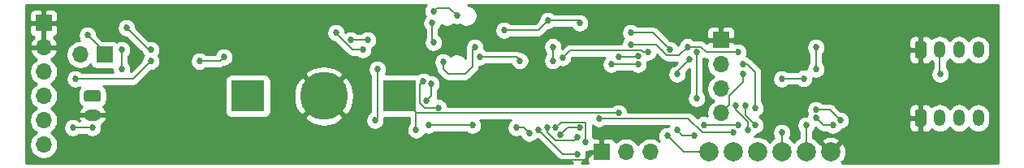
<source format=gbr>
%TF.GenerationSoftware,KiCad,Pcbnew,(5.1.10)-1*%
%TF.CreationDate,2021-07-01T22:03:52-07:00*%
%TF.ProjectId,BivalveBit_RevA,42697661-6c76-4654-9269-745f52657641,A*%
%TF.SameCoordinates,Original*%
%TF.FileFunction,Copper,L2,Bot*%
%TF.FilePolarity,Positive*%
%FSLAX46Y46*%
G04 Gerber Fmt 4.6, Leading zero omitted, Abs format (unit mm)*
G04 Created by KiCad (PCBNEW (5.1.10)-1) date 2021-07-01 22:03:52*
%MOMM*%
%LPD*%
G01*
G04 APERTURE LIST*
%TA.AperFunction,SMDPad,CuDef*%
%ADD10C,5.000000*%
%TD*%
%TA.AperFunction,SMDPad,CuDef*%
%ADD11R,3.500000X3.300000*%
%TD*%
%TA.AperFunction,ComponentPad*%
%ADD12O,1.700000X1.700000*%
%TD*%
%TA.AperFunction,ComponentPad*%
%ADD13R,1.700000X1.700000*%
%TD*%
%TA.AperFunction,ComponentPad*%
%ADD14O,1.750000X1.200000*%
%TD*%
%TA.AperFunction,ComponentPad*%
%ADD15C,2.000000*%
%TD*%
%TA.AperFunction,ComponentPad*%
%ADD16O,1.200000X1.750000*%
%TD*%
%TA.AperFunction,ViaPad*%
%ADD17C,0.685800*%
%TD*%
%TA.AperFunction,Conductor*%
%ADD18C,0.152400*%
%TD*%
%TA.AperFunction,Conductor*%
%ADD19C,0.254000*%
%TD*%
%TA.AperFunction,Conductor*%
%ADD20C,0.100000*%
%TD*%
G04 APERTURE END LIST*
D10*
%TO.P,RTC_BATT1,2*%
%TO.N,GND*%
X132080000Y-130810000D03*
D11*
%TO.P,RTC_BATT1,1*%
%TO.N,+BATT*%
X139980000Y-130810000D03*
X124180000Y-130810000D03*
%TD*%
D12*
%TO.P,J1,2*%
%TO.N,/3V3_FTDI*%
X106680000Y-126492000D03*
D13*
%TO.P,J1,1*%
%TO.N,VBUS*%
X109220000Y-126492000D03*
%TD*%
D14*
%TO.P,PRIMARY_BATTERY1,2*%
%TO.N,GND*%
X107950000Y-132810000D03*
%TO.P,PRIMARY_BATTERY1,1*%
%TO.N,VBUS*%
%TA.AperFunction,ComponentPad*%
G36*
G01*
X107324999Y-130210000D02*
X108575001Y-130210000D01*
G75*
G02*
X108825000Y-130459999I0J-249999D01*
G01*
X108825000Y-131160001D01*
G75*
G02*
X108575001Y-131410000I-249999J0D01*
G01*
X107324999Y-131410000D01*
G75*
G02*
X107075000Y-131160001I0J249999D01*
G01*
X107075000Y-130459999D01*
G75*
G02*
X107324999Y-130210000I249999J0D01*
G01*
G37*
%TD.AperFunction*%
%TD*%
D12*
%TO.P,OLED1,4*%
%TO.N,/SDA*%
X173482000Y-132588000D03*
%TO.P,OLED1,3*%
%TO.N,/SCL*%
X173482000Y-130048000D03*
%TO.P,OLED1,2*%
%TO.N,VBUS*%
X173482000Y-127508000D03*
D13*
%TO.P,OLED1,1*%
%TO.N,GND*%
X173482000Y-124968000D03*
%TD*%
D15*
%TO.P,J7,1*%
%TO.N,/AREF*%
X177292000Y-136652000D03*
%TD*%
D12*
%TO.P,J6,3*%
%TO.N,Net-(J6-Pad3)*%
X166116000Y-136652000D03*
%TO.P,J6,2*%
%TO.N,/PD2*%
X163576000Y-136652000D03*
D13*
%TO.P,J6,1*%
%TO.N,GND*%
X161036000Y-136652000D03*
%TD*%
D15*
%TO.P,J5,1*%
%TO.N,/PD5*%
X174752000Y-136652000D03*
%TD*%
%TO.P,J4,1*%
%TO.N,/PD4*%
X172212000Y-136652000D03*
%TD*%
%TO.P,J3,1*%
%TO.N,/PF3*%
X182372000Y-136652000D03*
%TD*%
%TO.P,J2,1*%
%TO.N,/PF2*%
X179832000Y-136652000D03*
%TD*%
D16*
%TO.P,HEART_SENSOR1,4*%
%TO.N,/SCL1*%
X200310000Y-125984000D03*
%TO.P,HEART_SENSOR1,3*%
%TO.N,/SDA1*%
X198310000Y-125984000D03*
%TO.P,HEART_SENSOR1,2*%
%TO.N,VDD*%
X196310000Y-125984000D03*
%TO.P,HEART_SENSOR1,1*%
%TO.N,GND*%
%TA.AperFunction,ComponentPad*%
G36*
G01*
X193710000Y-126609001D02*
X193710000Y-125358999D01*
G75*
G02*
X193959999Y-125109000I249999J0D01*
G01*
X194660001Y-125109000D01*
G75*
G02*
X194910000Y-125358999I0J-249999D01*
G01*
X194910000Y-126609001D01*
G75*
G02*
X194660001Y-126859000I-249999J0D01*
G01*
X193959999Y-126859000D01*
G75*
G02*
X193710000Y-126609001I0J249999D01*
G01*
G37*
%TD.AperFunction*%
%TD*%
%TO.P,HALL_SENSOR1,4*%
%TO.N,/HALL_SLEEP*%
X200310000Y-133096000D03*
%TO.P,HALL_SENSOR1,3*%
%TO.N,/HALL_OUT*%
X198310000Y-133096000D03*
%TO.P,HALL_SENSOR1,2*%
%TO.N,VDD*%
X196310000Y-133096000D03*
%TO.P,HALL_SENSOR1,1*%
%TO.N,GND*%
%TA.AperFunction,ComponentPad*%
G36*
G01*
X193710000Y-133721001D02*
X193710000Y-132470999D01*
G75*
G02*
X193959999Y-132221000I249999J0D01*
G01*
X194660001Y-132221000D01*
G75*
G02*
X194910000Y-132470999I0J-249999D01*
G01*
X194910000Y-133721001D01*
G75*
G02*
X194660001Y-133971000I-249999J0D01*
G01*
X193959999Y-133971000D01*
G75*
G02*
X193710000Y-133721001I0J249999D01*
G01*
G37*
%TD.AperFunction*%
%TD*%
D12*
%TO.P,FTDI,6*%
%TO.N,/DTR*%
X102870000Y-135890000D03*
%TO.P,FTDI,5*%
%TO.N,/TO_FTDI_RX*%
X102870000Y-133350000D03*
%TO.P,FTDI,4*%
%TO.N,/TO_FTDI_TX*%
X102870000Y-130810000D03*
%TO.P,FTDI,3*%
%TO.N,/3V3_FTDI*%
X102870000Y-128270000D03*
%TO.P,FTDI,2*%
%TO.N,GND*%
X102870000Y-125730000D03*
D13*
%TO.P,FTDI,1*%
X102870000Y-123190000D03*
%TD*%
D15*
%TO.P,J8,1*%
%TO.N,GND*%
X184912000Y-136652000D03*
%TD*%
D17*
%TO.N,GND*%
X119380000Y-124206000D03*
X114554000Y-136906000D03*
X119634000Y-137414000D03*
X124968000Y-137160000D03*
X136906000Y-137160000D03*
X139954000Y-136652000D03*
X125222000Y-122936000D03*
X133350000Y-122936000D03*
X119380000Y-129032000D03*
X144527583Y-124202834D03*
X148844000Y-122174000D03*
X154432000Y-125666500D03*
X157480000Y-129540000D03*
X167640000Y-128778000D03*
X127000000Y-128016000D03*
X185674000Y-122936000D03*
X185928000Y-127000000D03*
X161138000Y-129692000D03*
X161290000Y-124968000D03*
X112776000Y-123698000D03*
%TO.N,VBUS*%
X107442000Y-124460000D03*
X142460812Y-129274938D03*
X144018000Y-132016500D03*
X177038000Y-132080000D03*
X144526000Y-127254000D03*
X147828000Y-125730000D03*
X150876000Y-123952000D03*
X136144000Y-125984000D03*
X133350000Y-124206000D03*
X143357589Y-123190000D03*
X143510008Y-125222000D03*
X175768000Y-127508000D03*
X155448000Y-122936000D03*
X158750000Y-123190000D03*
%TO.N,VDD*%
X196342000Y-128524000D03*
X182118000Y-128964698D03*
X179832000Y-129032000D03*
X170180000Y-127000000D03*
X168910000Y-128524000D03*
%TO.N,/TO_FTDI_RX*%
X145948397Y-122428000D03*
X110998000Y-125984000D03*
X110998000Y-128016000D03*
X107950000Y-134112000D03*
X105918000Y-134112000D03*
X143497479Y-121959922D03*
%TO.N,/TO_FTDI_TX*%
X136652000Y-124968000D03*
X134874000Y-124968000D03*
X121666000Y-126746000D03*
X119126000Y-127177500D03*
X114046000Y-127177500D03*
X106172000Y-129032000D03*
%TO.N,/HALL_SLEEP*%
X171704000Y-133794500D03*
X185166000Y-133858000D03*
X183388000Y-133096000D03*
X175260000Y-133858000D03*
%TO.N,/HALL_OUT*%
X185928000Y-133350000D03*
X156718000Y-134874000D03*
X153485312Y-134689312D03*
X152146000Y-134112000D03*
X183388000Y-132257787D03*
X158813652Y-134112009D03*
X168910000Y-134366000D03*
X170688000Y-134937500D03*
%TO.N,/PF2*%
X179832000Y-134620000D03*
X176276000Y-134366000D03*
X175006000Y-131826000D03*
X162052000Y-127508000D03*
X164845998Y-127508000D03*
%TO.N,/PF3*%
X162814000Y-126746000D03*
X176022000Y-131826000D03*
X177038000Y-133857994D03*
X182371984Y-133858000D03*
X164857660Y-126669869D03*
%TO.N,/PD4*%
X155423077Y-134112392D03*
X158496000Y-135128000D03*
X167882269Y-134942397D03*
%TO.N,/PD5*%
X156261175Y-134099207D03*
X159385888Y-135648187D03*
%TO.N,/PD2*%
X158496000Y-136906000D03*
X154432000Y-134302500D03*
%TO.N,/AREF*%
X174752000Y-134620000D03*
X160782000Y-133159500D03*
%TO.N,/MOSI*%
X142748000Y-131318000D03*
X143256000Y-129540000D03*
%TO.N,/RSV2*%
X137414000Y-133350000D03*
X137668000Y-128016000D03*
%TO.N,/SDA*%
X164084000Y-124206000D03*
X168148000Y-125984000D03*
X170941994Y-131064000D03*
X170942000Y-126237994D03*
X175768000Y-128524000D03*
%TO.N,/SCL*%
X165862000Y-126238000D03*
X156972000Y-126809510D03*
%TO.N,/UPDI*%
X148336000Y-126746000D03*
X155956000Y-127114321D03*
X152503013Y-127114321D03*
X155956000Y-125666500D03*
%TO.N,+BATT*%
X162814000Y-132588000D03*
X141708888Y-134342888D03*
X125222000Y-131826000D03*
%TO.N,/BATT_MON_EN*%
X147574000Y-133858000D03*
X143002000Y-133858000D03*
%TO.N,/VREG_EN*%
X164084000Y-125412500D03*
X175260000Y-126238000D03*
X183388000Y-125730000D03*
X183388000Y-128016000D03*
X170010545Y-125666490D03*
%TO.N,/TO_RESET*%
X111506000Y-123698000D03*
X114046000Y-125984000D03*
%TD*%
D18*
%TO.N,GND*%
X107950000Y-132810000D02*
X108236000Y-132810000D01*
X173482000Y-124968000D02*
X175006000Y-124968000D01*
X132080000Y-130556000D02*
X132080000Y-130810000D01*
X161036000Y-136652000D02*
X160274000Y-136652000D01*
X159448499Y-137477501D02*
X154241501Y-137477501D01*
X160274000Y-136652000D02*
X159448499Y-137477501D01*
X132080000Y-130810000D02*
X132588000Y-130810000D01*
%TO.N,VBUS*%
X109220000Y-126238000D02*
X107442000Y-124460000D01*
X109220000Y-126746000D02*
X109220000Y-126238000D01*
X142117913Y-131533735D02*
X142600678Y-132016500D01*
X142117913Y-129617837D02*
X142117913Y-131533735D01*
X142600678Y-132016500D02*
X144018000Y-132016500D01*
X142460812Y-129274938D02*
X142117913Y-129617837D01*
X144526000Y-127254000D02*
X144526000Y-128016000D01*
X144526000Y-128016000D02*
X145034000Y-128524000D01*
X145034000Y-128524000D02*
X146812000Y-128524000D01*
X146812000Y-128524000D02*
X147574000Y-127762000D01*
X147574000Y-125984000D02*
X147828000Y-125730000D01*
X147574000Y-127762000D02*
X147574000Y-125984000D01*
X133350000Y-124289822D02*
X133350000Y-124206000D01*
X135044178Y-125984000D02*
X133350000Y-124289822D01*
X136144000Y-125984000D02*
X135044178Y-125984000D01*
X143357589Y-123190000D02*
X143357589Y-125069581D01*
X143357589Y-125069581D02*
X143510008Y-125222000D01*
X177038000Y-132080000D02*
X177038000Y-128293067D01*
X177038000Y-128293067D02*
X176252933Y-127508000D01*
X176252933Y-127508000D02*
X175768000Y-127508000D01*
X150876000Y-123952000D02*
X154432000Y-123952000D01*
X154432000Y-123952000D02*
X155448000Y-122936000D01*
X155448000Y-122936000D02*
X158496000Y-122936000D01*
X158496000Y-122936000D02*
X158750000Y-123190000D01*
%TO.N,VDD*%
X196310000Y-128492000D02*
X196342000Y-128524000D01*
X196310000Y-125984000D02*
X196310000Y-128492000D01*
X179899302Y-128964698D02*
X179832000Y-129032000D01*
X182118000Y-128964698D02*
X179899302Y-128964698D01*
X168910000Y-128270000D02*
X168910000Y-128524000D01*
X170180000Y-127000000D02*
X168910000Y-128270000D01*
%TO.N,/TO_FTDI_RX*%
X110998000Y-125984000D02*
X110998000Y-128016000D01*
X107950000Y-134112000D02*
X105918000Y-134112000D01*
X145137420Y-121617023D02*
X143840378Y-121617023D01*
X143840378Y-121617023D02*
X143497479Y-121959922D01*
X145948397Y-122428000D02*
X145137420Y-121617023D01*
%TO.N,/TO_FTDI_TX*%
X136652000Y-124968000D02*
X134874000Y-124968000D01*
X121234500Y-127177500D02*
X119126000Y-127177500D01*
X121666000Y-126746000D02*
X121234500Y-127177500D01*
X112191500Y-129032000D02*
X106172000Y-129032000D01*
X114046000Y-127177500D02*
X112191500Y-129032000D01*
%TO.N,/HALL_SLEEP*%
X184150000Y-133858000D02*
X183388000Y-133096000D01*
X185166000Y-133858000D02*
X184150000Y-133858000D01*
X175196500Y-133794500D02*
X175260000Y-133858000D01*
X171704000Y-133794500D02*
X175196500Y-133794500D01*
%TO.N,/HALL_OUT*%
X152908000Y-134112000D02*
X152146000Y-134112000D01*
X153485312Y-134689312D02*
X152908000Y-134112000D01*
X185928000Y-133350000D02*
X184835787Y-132257787D01*
X184835787Y-132257787D02*
X183388000Y-132257787D01*
X157479991Y-134112009D02*
X158813652Y-134112009D01*
X156718000Y-134874000D02*
X157479991Y-134112009D01*
X168910000Y-134366000D02*
X169481500Y-134937500D01*
X169481500Y-134937500D02*
X170688000Y-134937500D01*
%TO.N,/PF2*%
X179832000Y-136652000D02*
X179832000Y-134620000D01*
X175006000Y-132257060D02*
X175006000Y-131826000D01*
X176276000Y-133527060D02*
X175006000Y-132257060D01*
X176276000Y-134366000D02*
X176276000Y-133527060D01*
X162052000Y-127508000D02*
X164845998Y-127508000D01*
%TO.N,/PF3*%
X176022000Y-132841994D02*
X177038000Y-133857994D01*
X176022000Y-131826000D02*
X176022000Y-132841994D01*
X182372000Y-136652000D02*
X182372000Y-133858016D01*
X182372000Y-133858016D02*
X182371984Y-133858000D01*
X164781529Y-126746000D02*
X164857660Y-126669869D01*
X162814000Y-126746000D02*
X164781529Y-126746000D01*
%TO.N,/PD4*%
X158178499Y-135445501D02*
X158496000Y-135128000D01*
X156271253Y-135445501D02*
X158178499Y-135445501D01*
X155423077Y-134597325D02*
X156271253Y-135445501D01*
X155423077Y-134112392D02*
X155423077Y-134597325D01*
X169591872Y-136652000D02*
X167882269Y-134942397D01*
X172212000Y-136652000D02*
X169591872Y-136652000D01*
%TO.N,/PD5*%
X156819883Y-133540499D02*
X159278305Y-133540499D01*
X156261175Y-134099207D02*
X156819883Y-133540499D01*
X159278305Y-133540499D02*
X159385888Y-133648082D01*
X159385888Y-133648082D02*
X159385888Y-135648187D01*
%TO.N,/PD2*%
X158496000Y-136906000D02*
X157035500Y-136906000D01*
X157035500Y-136906000D02*
X154432000Y-134302500D01*
%TO.N,/AREF*%
X174752000Y-134620000D02*
X171533822Y-134620000D01*
X170073322Y-133159500D02*
X161266933Y-133159500D01*
X161266933Y-133159500D02*
X160782000Y-133159500D01*
X171533822Y-134620000D02*
X170073322Y-133159500D01*
%TO.N,/MOSI*%
X143256000Y-130810000D02*
X143256000Y-129540000D01*
X142748000Y-131318000D02*
X143256000Y-130810000D01*
%TO.N,/RSV2*%
X137414000Y-133350000D02*
X137668000Y-133096000D01*
X137668000Y-133096000D02*
X137668000Y-128016000D01*
%TO.N,/SDA*%
X164084000Y-124206000D02*
X166370000Y-124206000D01*
X166370000Y-124206000D02*
X168148000Y-125984000D01*
X170941994Y-126238000D02*
X170942000Y-126237994D01*
X170941994Y-131064000D02*
X170941994Y-126238000D01*
X174331999Y-130794331D02*
X175768000Y-129358330D01*
X174331999Y-131738001D02*
X174331999Y-130794331D01*
X173482000Y-132588000D02*
X174331999Y-131738001D01*
X175768000Y-129358330D02*
X175768000Y-128524000D01*
%TO.N,/SCL*%
X157734000Y-126047510D02*
X156972000Y-126809510D01*
X165377067Y-126238000D02*
X165186577Y-126047510D01*
X165186577Y-126047510D02*
X157734000Y-126047510D01*
X165862000Y-126238000D02*
X165377067Y-126238000D01*
%TO.N,/UPDI*%
X148336000Y-126746000D02*
X152134692Y-126746000D01*
X152134692Y-126746000D02*
X152503013Y-127114321D01*
X155956000Y-125666500D02*
X155956000Y-127114321D01*
%TO.N,+BATT*%
X124206000Y-130810000D02*
X125222000Y-131826000D01*
X124180000Y-130810000D02*
X124206000Y-130810000D01*
X141708888Y-132637112D02*
X141758000Y-132588000D01*
X141758000Y-132588000D02*
X162814000Y-132588000D01*
X141708888Y-134342888D02*
X141708888Y-132637112D01*
X141758000Y-132588000D02*
X139980000Y-130810000D01*
%TO.N,/BATT_MON_EN*%
X143002000Y-133858000D02*
X147574000Y-133858000D01*
%TO.N,/VREG_EN*%
X183388000Y-125730000D02*
X183388000Y-128016000D01*
X164084000Y-125412500D02*
X166730678Y-125412500D01*
X167873679Y-126555501D02*
X169121534Y-126555501D01*
X169121534Y-126555501D02*
X170010545Y-125666490D01*
X175260000Y-126238000D02*
X171958000Y-126238000D01*
X166730678Y-125412500D02*
X167873679Y-126555501D01*
X171958000Y-126238000D02*
X171386490Y-125666490D01*
X171386490Y-125666490D02*
X170010545Y-125666490D01*
%TO.N,/TO_RESET*%
X113792000Y-125984000D02*
X114046000Y-125984000D01*
X111506000Y-123698000D02*
X113792000Y-125984000D01*
%TD*%
D19*
%TO.N,GND*%
X142737894Y-121336547D02*
X142630875Y-121496712D01*
X142557159Y-121674679D01*
X142519579Y-121863607D01*
X142519579Y-122056237D01*
X142557159Y-122245165D01*
X142630875Y-122423132D01*
X142675184Y-122489445D01*
X142598004Y-122566625D01*
X142490985Y-122726790D01*
X142417269Y-122904757D01*
X142379689Y-123093685D01*
X142379689Y-123286315D01*
X142417269Y-123475243D01*
X142490985Y-123653210D01*
X142598004Y-123813375D01*
X142646389Y-123861760D01*
X142646390Y-124754321D01*
X142643404Y-124758790D01*
X142569688Y-124936757D01*
X142532108Y-125125685D01*
X142532108Y-125318315D01*
X142569688Y-125507243D01*
X142643404Y-125685210D01*
X142750423Y-125845375D01*
X142886633Y-125981585D01*
X143046798Y-126088604D01*
X143224765Y-126162320D01*
X143413693Y-126199900D01*
X143606323Y-126199900D01*
X143795251Y-126162320D01*
X143973218Y-126088604D01*
X144133383Y-125981585D01*
X144269593Y-125845375D01*
X144376612Y-125685210D01*
X144450328Y-125507243D01*
X144487908Y-125318315D01*
X144487908Y-125125685D01*
X144450328Y-124936757D01*
X144376612Y-124758790D01*
X144269593Y-124598625D01*
X144133383Y-124462415D01*
X144068789Y-124419255D01*
X144068789Y-123861760D01*
X144074864Y-123855685D01*
X149898100Y-123855685D01*
X149898100Y-124048315D01*
X149935680Y-124237243D01*
X150009396Y-124415210D01*
X150116415Y-124575375D01*
X150252625Y-124711585D01*
X150412790Y-124818604D01*
X150590757Y-124892320D01*
X150779685Y-124929900D01*
X150972315Y-124929900D01*
X151161243Y-124892320D01*
X151339210Y-124818604D01*
X151499375Y-124711585D01*
X151547760Y-124663200D01*
X154397074Y-124663200D01*
X154432000Y-124666640D01*
X154466926Y-124663200D01*
X154466936Y-124663200D01*
X154571420Y-124652909D01*
X154705481Y-124612242D01*
X154829033Y-124546202D01*
X154937327Y-124457327D01*
X154959602Y-124430185D01*
X155475888Y-123913900D01*
X155544315Y-123913900D01*
X155733243Y-123876320D01*
X155911210Y-123802604D01*
X156071375Y-123695585D01*
X156119760Y-123647200D01*
X157880907Y-123647200D01*
X157883396Y-123653210D01*
X157990415Y-123813375D01*
X158126625Y-123949585D01*
X158286790Y-124056604D01*
X158464757Y-124130320D01*
X158653685Y-124167900D01*
X158846315Y-124167900D01*
X159035243Y-124130320D01*
X159213210Y-124056604D01*
X159373375Y-123949585D01*
X159509585Y-123813375D01*
X159616604Y-123653210D01*
X159690320Y-123475243D01*
X159727900Y-123286315D01*
X159727900Y-123093685D01*
X159690320Y-122904757D01*
X159616604Y-122726790D01*
X159509585Y-122566625D01*
X159373375Y-122430415D01*
X159213210Y-122323396D01*
X159035243Y-122249680D01*
X158846315Y-122212100D01*
X158653685Y-122212100D01*
X158570331Y-122228680D01*
X158530936Y-122224800D01*
X158530926Y-122224800D01*
X158496000Y-122221360D01*
X158461074Y-122224800D01*
X156119760Y-122224800D01*
X156071375Y-122176415D01*
X155911210Y-122069396D01*
X155733243Y-121995680D01*
X155544315Y-121958100D01*
X155351685Y-121958100D01*
X155162757Y-121995680D01*
X154984790Y-122069396D01*
X154824625Y-122176415D01*
X154688415Y-122312625D01*
X154581396Y-122472790D01*
X154507680Y-122650757D01*
X154470100Y-122839685D01*
X154470100Y-122908112D01*
X154137413Y-123240800D01*
X151547760Y-123240800D01*
X151499375Y-123192415D01*
X151339210Y-123085396D01*
X151161243Y-123011680D01*
X150972315Y-122974100D01*
X150779685Y-122974100D01*
X150590757Y-123011680D01*
X150412790Y-123085396D01*
X150252625Y-123192415D01*
X150116415Y-123328625D01*
X150009396Y-123488790D01*
X149935680Y-123666757D01*
X149898100Y-123855685D01*
X144074864Y-123855685D01*
X144117174Y-123813375D01*
X144224193Y-123653210D01*
X144297909Y-123475243D01*
X144314558Y-123391543D01*
X144371602Y-123429659D01*
X144577304Y-123514863D01*
X144795675Y-123558300D01*
X145018325Y-123558300D01*
X145236696Y-123514863D01*
X145442398Y-123429659D01*
X145583547Y-123335346D01*
X145663154Y-123368320D01*
X145852082Y-123405900D01*
X146044712Y-123405900D01*
X146233640Y-123368320D01*
X146281891Y-123348334D01*
X146403602Y-123429659D01*
X146609304Y-123514863D01*
X146827675Y-123558300D01*
X147050325Y-123558300D01*
X147268696Y-123514863D01*
X147474398Y-123429659D01*
X147659524Y-123305961D01*
X147816961Y-123148524D01*
X147940659Y-122963398D01*
X148025863Y-122757696D01*
X148069300Y-122539325D01*
X148069300Y-122316675D01*
X148025863Y-122098304D01*
X147940659Y-121892602D01*
X147816961Y-121707476D01*
X147659524Y-121550039D01*
X147474398Y-121426341D01*
X147268696Y-121341137D01*
X147112161Y-121310000D01*
X202413001Y-121310000D01*
X202413000Y-137770000D01*
X186116558Y-137770000D01*
X186163083Y-137723475D01*
X186047415Y-137607807D01*
X186311814Y-137512044D01*
X186452704Y-137222429D01*
X186534384Y-136910892D01*
X186553718Y-136589405D01*
X186509961Y-136270325D01*
X186404795Y-135965912D01*
X186311814Y-135791956D01*
X186047413Y-135696192D01*
X185091605Y-136652000D01*
X185105748Y-136666143D01*
X184926143Y-136845748D01*
X184912000Y-136831605D01*
X184897858Y-136845748D01*
X184718253Y-136666143D01*
X184732395Y-136652000D01*
X183776587Y-135696192D01*
X183714720Y-135718600D01*
X183641987Y-135609748D01*
X183548826Y-135516587D01*
X183956192Y-135516587D01*
X184912000Y-136472395D01*
X185867808Y-135516587D01*
X185772044Y-135252186D01*
X185482429Y-135111296D01*
X185170892Y-135029616D01*
X184849405Y-135010282D01*
X184530325Y-135054039D01*
X184225912Y-135159205D01*
X184051956Y-135252186D01*
X183956192Y-135516587D01*
X183548826Y-135516587D01*
X183414252Y-135382013D01*
X183146463Y-135203082D01*
X183083200Y-135176878D01*
X183083200Y-134529744D01*
X183131569Y-134481375D01*
X183238588Y-134321210D01*
X183312304Y-134143243D01*
X183326097Y-134073900D01*
X183360112Y-134073900D01*
X183622407Y-134336196D01*
X183644673Y-134363327D01*
X183671802Y-134385591D01*
X183671809Y-134385598D01*
X183752967Y-134452202D01*
X183876518Y-134518242D01*
X183965931Y-134545365D01*
X184010580Y-134558909D01*
X184115064Y-134569200D01*
X184115071Y-134569200D01*
X184150000Y-134572640D01*
X184184928Y-134569200D01*
X184494240Y-134569200D01*
X184542625Y-134617585D01*
X184702790Y-134724604D01*
X184880757Y-134798320D01*
X185069685Y-134835900D01*
X185262315Y-134835900D01*
X185451243Y-134798320D01*
X185629210Y-134724604D01*
X185789375Y-134617585D01*
X185925585Y-134481375D01*
X186028719Y-134327024D01*
X186213243Y-134290320D01*
X186391210Y-134216604D01*
X186551375Y-134109585D01*
X186687585Y-133973375D01*
X186689171Y-133971000D01*
X193071928Y-133971000D01*
X193084188Y-134095482D01*
X193120498Y-134215180D01*
X193179463Y-134325494D01*
X193258815Y-134422185D01*
X193355506Y-134501537D01*
X193465820Y-134560502D01*
X193585518Y-134596812D01*
X193710000Y-134609072D01*
X194024250Y-134606000D01*
X194183000Y-134447250D01*
X194183000Y-133223000D01*
X193233750Y-133223000D01*
X193075000Y-133381750D01*
X193071928Y-133971000D01*
X186689171Y-133971000D01*
X186794604Y-133813210D01*
X186868320Y-133635243D01*
X186905900Y-133446315D01*
X186905900Y-133253685D01*
X186868320Y-133064757D01*
X186794604Y-132886790D01*
X186687585Y-132726625D01*
X186551375Y-132590415D01*
X186391210Y-132483396D01*
X186213243Y-132409680D01*
X186024315Y-132372100D01*
X185955888Y-132372100D01*
X185804788Y-132221000D01*
X193071928Y-132221000D01*
X193075000Y-132810250D01*
X193233750Y-132969000D01*
X194183000Y-132969000D01*
X194183000Y-131744750D01*
X194437000Y-131744750D01*
X194437000Y-132969000D01*
X194457000Y-132969000D01*
X194457000Y-133223000D01*
X194437000Y-133223000D01*
X194437000Y-134447250D01*
X194595750Y-134606000D01*
X194910000Y-134609072D01*
X195034482Y-134596812D01*
X195154180Y-134560502D01*
X195264494Y-134501537D01*
X195361185Y-134422185D01*
X195440537Y-134325494D01*
X195466692Y-134276563D01*
X195620552Y-134402833D01*
X195835100Y-134517511D01*
X196067899Y-134588130D01*
X196310000Y-134611975D01*
X196552102Y-134588130D01*
X196784901Y-134517511D01*
X196999449Y-134402833D01*
X197187502Y-134248502D01*
X197310001Y-134099237D01*
X197432499Y-134248502D01*
X197620552Y-134402833D01*
X197835100Y-134517511D01*
X198067899Y-134588130D01*
X198310000Y-134611975D01*
X198552102Y-134588130D01*
X198784901Y-134517511D01*
X198999449Y-134402833D01*
X199187502Y-134248502D01*
X199310001Y-134099237D01*
X199432499Y-134248502D01*
X199620552Y-134402833D01*
X199835100Y-134517511D01*
X200067899Y-134588130D01*
X200310000Y-134611975D01*
X200552102Y-134588130D01*
X200784901Y-134517511D01*
X200999449Y-134402833D01*
X201187502Y-134248502D01*
X201341833Y-134060449D01*
X201456511Y-133845900D01*
X201527130Y-133613101D01*
X201545000Y-133431664D01*
X201545000Y-132760335D01*
X201527130Y-132578898D01*
X201456511Y-132346099D01*
X201341833Y-132131551D01*
X201187502Y-131943498D01*
X200999448Y-131789167D01*
X200784900Y-131674489D01*
X200552101Y-131603870D01*
X200310000Y-131580025D01*
X200067898Y-131603870D01*
X199835099Y-131674489D01*
X199620551Y-131789167D01*
X199432498Y-131943498D01*
X199310000Y-132092763D01*
X199187502Y-131943498D01*
X198999448Y-131789167D01*
X198784900Y-131674489D01*
X198552101Y-131603870D01*
X198310000Y-131580025D01*
X198067898Y-131603870D01*
X197835099Y-131674489D01*
X197620551Y-131789167D01*
X197432498Y-131943498D01*
X197310000Y-132092763D01*
X197187502Y-131943498D01*
X196999448Y-131789167D01*
X196784900Y-131674489D01*
X196552101Y-131603870D01*
X196310000Y-131580025D01*
X196067898Y-131603870D01*
X195835099Y-131674489D01*
X195620551Y-131789167D01*
X195466691Y-131915436D01*
X195440537Y-131866506D01*
X195361185Y-131769815D01*
X195264494Y-131690463D01*
X195154180Y-131631498D01*
X195034482Y-131595188D01*
X194910000Y-131582928D01*
X194595750Y-131586000D01*
X194437000Y-131744750D01*
X194183000Y-131744750D01*
X194024250Y-131586000D01*
X193710000Y-131582928D01*
X193585518Y-131595188D01*
X193465820Y-131631498D01*
X193355506Y-131690463D01*
X193258815Y-131769815D01*
X193179463Y-131866506D01*
X193120498Y-131976820D01*
X193084188Y-132096518D01*
X193071928Y-132221000D01*
X185804788Y-132221000D01*
X185363388Y-131779601D01*
X185341114Y-131752460D01*
X185232820Y-131663585D01*
X185109268Y-131597545D01*
X184975207Y-131556878D01*
X184870723Y-131546587D01*
X184870713Y-131546587D01*
X184835787Y-131543147D01*
X184800861Y-131546587D01*
X184059760Y-131546587D01*
X184011375Y-131498202D01*
X183851210Y-131391183D01*
X183673243Y-131317467D01*
X183484315Y-131279887D01*
X183291685Y-131279887D01*
X183102757Y-131317467D01*
X182924790Y-131391183D01*
X182764625Y-131498202D01*
X182628415Y-131634412D01*
X182521396Y-131794577D01*
X182447680Y-131972544D01*
X182410100Y-132161472D01*
X182410100Y-132354102D01*
X182447680Y-132543030D01*
X182503128Y-132676894D01*
X182447680Y-132810757D01*
X182433887Y-132880100D01*
X182275669Y-132880100D01*
X182086741Y-132917680D01*
X181908774Y-132991396D01*
X181748609Y-133098415D01*
X181612399Y-133234625D01*
X181505380Y-133394790D01*
X181431664Y-133572757D01*
X181394084Y-133761685D01*
X181394084Y-133954315D01*
X181431664Y-134143243D01*
X181505380Y-134321210D01*
X181612399Y-134481375D01*
X181660801Y-134529777D01*
X181660801Y-135176877D01*
X181597537Y-135203082D01*
X181329748Y-135382013D01*
X181102013Y-135609748D01*
X181102000Y-135609767D01*
X181101987Y-135609748D01*
X180874252Y-135382013D01*
X180614790Y-135208646D01*
X180698604Y-135083210D01*
X180772320Y-134905243D01*
X180809900Y-134716315D01*
X180809900Y-134523685D01*
X180772320Y-134334757D01*
X180698604Y-134156790D01*
X180591585Y-133996625D01*
X180455375Y-133860415D01*
X180295210Y-133753396D01*
X180117243Y-133679680D01*
X179928315Y-133642100D01*
X179735685Y-133642100D01*
X179546757Y-133679680D01*
X179368790Y-133753396D01*
X179208625Y-133860415D01*
X179072415Y-133996625D01*
X178965396Y-134156790D01*
X178891680Y-134334757D01*
X178854100Y-134523685D01*
X178854100Y-134716315D01*
X178891680Y-134905243D01*
X178965396Y-135083210D01*
X179049210Y-135208646D01*
X178789748Y-135382013D01*
X178562013Y-135609748D01*
X178562000Y-135609767D01*
X178561987Y-135609748D01*
X178334252Y-135382013D01*
X178066463Y-135203082D01*
X177768912Y-135079832D01*
X177453033Y-135017000D01*
X177130967Y-135017000D01*
X176977417Y-135047543D01*
X177035585Y-134989375D01*
X177138724Y-134835017D01*
X177323243Y-134798314D01*
X177501210Y-134724598D01*
X177661375Y-134617579D01*
X177797585Y-134481369D01*
X177904604Y-134321204D01*
X177978320Y-134143237D01*
X178015900Y-133954309D01*
X178015900Y-133761679D01*
X177978320Y-133572751D01*
X177904604Y-133394784D01*
X177797585Y-133234619D01*
X177661375Y-133098409D01*
X177501210Y-132991390D01*
X177447148Y-132968997D01*
X177501210Y-132946604D01*
X177661375Y-132839585D01*
X177797585Y-132703375D01*
X177904604Y-132543210D01*
X177978320Y-132365243D01*
X178015900Y-132176315D01*
X178015900Y-131983685D01*
X177978320Y-131794757D01*
X177904604Y-131616790D01*
X177797585Y-131456625D01*
X177749200Y-131408240D01*
X177749200Y-128935685D01*
X178854100Y-128935685D01*
X178854100Y-129128315D01*
X178891680Y-129317243D01*
X178965396Y-129495210D01*
X179072415Y-129655375D01*
X179208625Y-129791585D01*
X179368790Y-129898604D01*
X179546757Y-129972320D01*
X179735685Y-130009900D01*
X179928315Y-130009900D01*
X180117243Y-129972320D01*
X180295210Y-129898604D01*
X180455375Y-129791585D01*
X180571062Y-129675898D01*
X181446240Y-129675898D01*
X181494625Y-129724283D01*
X181654790Y-129831302D01*
X181832757Y-129905018D01*
X182021685Y-129942598D01*
X182214315Y-129942598D01*
X182403243Y-129905018D01*
X182581210Y-129831302D01*
X182741375Y-129724283D01*
X182877585Y-129588073D01*
X182984604Y-129427908D01*
X183058320Y-129249941D01*
X183095900Y-129061013D01*
X183095900Y-128953480D01*
X183102757Y-128956320D01*
X183291685Y-128993900D01*
X183484315Y-128993900D01*
X183673243Y-128956320D01*
X183851210Y-128882604D01*
X184011375Y-128775585D01*
X184147585Y-128639375D01*
X184254604Y-128479210D01*
X184328320Y-128301243D01*
X184365900Y-128112315D01*
X184365900Y-127919685D01*
X184328320Y-127730757D01*
X184254604Y-127552790D01*
X184147585Y-127392625D01*
X184099200Y-127344240D01*
X184099200Y-126859000D01*
X193071928Y-126859000D01*
X193084188Y-126983482D01*
X193120498Y-127103180D01*
X193179463Y-127213494D01*
X193258815Y-127310185D01*
X193355506Y-127389537D01*
X193465820Y-127448502D01*
X193585518Y-127484812D01*
X193710000Y-127497072D01*
X194024250Y-127494000D01*
X194183000Y-127335250D01*
X194183000Y-126111000D01*
X193233750Y-126111000D01*
X193075000Y-126269750D01*
X193071928Y-126859000D01*
X184099200Y-126859000D01*
X184099200Y-126401760D01*
X184147585Y-126353375D01*
X184254604Y-126193210D01*
X184328320Y-126015243D01*
X184365900Y-125826315D01*
X184365900Y-125633685D01*
X184328320Y-125444757D01*
X184254604Y-125266790D01*
X184149172Y-125109000D01*
X193071928Y-125109000D01*
X193075000Y-125698250D01*
X193233750Y-125857000D01*
X194183000Y-125857000D01*
X194183000Y-124632750D01*
X194437000Y-124632750D01*
X194437000Y-125857000D01*
X194457000Y-125857000D01*
X194457000Y-126111000D01*
X194437000Y-126111000D01*
X194437000Y-127335250D01*
X194595750Y-127494000D01*
X194910000Y-127497072D01*
X195034482Y-127484812D01*
X195154180Y-127448502D01*
X195264494Y-127389537D01*
X195361185Y-127310185D01*
X195440537Y-127213494D01*
X195466692Y-127164563D01*
X195598801Y-127272982D01*
X195598801Y-127884239D01*
X195582415Y-127900625D01*
X195475396Y-128060790D01*
X195401680Y-128238757D01*
X195364100Y-128427685D01*
X195364100Y-128620315D01*
X195401680Y-128809243D01*
X195475396Y-128987210D01*
X195582415Y-129147375D01*
X195718625Y-129283585D01*
X195878790Y-129390604D01*
X196056757Y-129464320D01*
X196245685Y-129501900D01*
X196438315Y-129501900D01*
X196627243Y-129464320D01*
X196805210Y-129390604D01*
X196965375Y-129283585D01*
X197101585Y-129147375D01*
X197208604Y-128987210D01*
X197282320Y-128809243D01*
X197319900Y-128620315D01*
X197319900Y-128427685D01*
X197282320Y-128238757D01*
X197208604Y-128060790D01*
X197101585Y-127900625D01*
X197021200Y-127820240D01*
X197021200Y-127272982D01*
X197187502Y-127136502D01*
X197310001Y-126987237D01*
X197432499Y-127136502D01*
X197620552Y-127290833D01*
X197835100Y-127405511D01*
X198067899Y-127476130D01*
X198310000Y-127499975D01*
X198552102Y-127476130D01*
X198784901Y-127405511D01*
X198999449Y-127290833D01*
X199187502Y-127136502D01*
X199310001Y-126987237D01*
X199432499Y-127136502D01*
X199620552Y-127290833D01*
X199835100Y-127405511D01*
X200067899Y-127476130D01*
X200310000Y-127499975D01*
X200552102Y-127476130D01*
X200784901Y-127405511D01*
X200999449Y-127290833D01*
X201187502Y-127136502D01*
X201341833Y-126948449D01*
X201456511Y-126733900D01*
X201527130Y-126501101D01*
X201545000Y-126319664D01*
X201545000Y-125648335D01*
X201527130Y-125466898D01*
X201456511Y-125234099D01*
X201341833Y-125019551D01*
X201187502Y-124831498D01*
X200999448Y-124677167D01*
X200784900Y-124562489D01*
X200552101Y-124491870D01*
X200310000Y-124468025D01*
X200067898Y-124491870D01*
X199835099Y-124562489D01*
X199620551Y-124677167D01*
X199432498Y-124831498D01*
X199310000Y-124980763D01*
X199187502Y-124831498D01*
X198999448Y-124677167D01*
X198784900Y-124562489D01*
X198552101Y-124491870D01*
X198310000Y-124468025D01*
X198067898Y-124491870D01*
X197835099Y-124562489D01*
X197620551Y-124677167D01*
X197432498Y-124831498D01*
X197310000Y-124980763D01*
X197187502Y-124831498D01*
X196999448Y-124677167D01*
X196784900Y-124562489D01*
X196552101Y-124491870D01*
X196310000Y-124468025D01*
X196067898Y-124491870D01*
X195835099Y-124562489D01*
X195620551Y-124677167D01*
X195466691Y-124803436D01*
X195440537Y-124754506D01*
X195361185Y-124657815D01*
X195264494Y-124578463D01*
X195154180Y-124519498D01*
X195034482Y-124483188D01*
X194910000Y-124470928D01*
X194595750Y-124474000D01*
X194437000Y-124632750D01*
X194183000Y-124632750D01*
X194024250Y-124474000D01*
X193710000Y-124470928D01*
X193585518Y-124483188D01*
X193465820Y-124519498D01*
X193355506Y-124578463D01*
X193258815Y-124657815D01*
X193179463Y-124754506D01*
X193120498Y-124864820D01*
X193084188Y-124984518D01*
X193071928Y-125109000D01*
X184149172Y-125109000D01*
X184147585Y-125106625D01*
X184011375Y-124970415D01*
X183851210Y-124863396D01*
X183673243Y-124789680D01*
X183484315Y-124752100D01*
X183291685Y-124752100D01*
X183102757Y-124789680D01*
X182924790Y-124863396D01*
X182764625Y-124970415D01*
X182628415Y-125106625D01*
X182521396Y-125266790D01*
X182447680Y-125444757D01*
X182410100Y-125633685D01*
X182410100Y-125826315D01*
X182447680Y-126015243D01*
X182521396Y-126193210D01*
X182628415Y-126353375D01*
X182676800Y-126401760D01*
X182676801Y-127344239D01*
X182628415Y-127392625D01*
X182521396Y-127552790D01*
X182447680Y-127730757D01*
X182410100Y-127919685D01*
X182410100Y-128027218D01*
X182403243Y-128024378D01*
X182214315Y-127986798D01*
X182021685Y-127986798D01*
X181832757Y-128024378D01*
X181654790Y-128098094D01*
X181494625Y-128205113D01*
X181446240Y-128253498D01*
X180427064Y-128253498D01*
X180295210Y-128165396D01*
X180117243Y-128091680D01*
X179928315Y-128054100D01*
X179735685Y-128054100D01*
X179546757Y-128091680D01*
X179368790Y-128165396D01*
X179208625Y-128272415D01*
X179072415Y-128408625D01*
X178965396Y-128568790D01*
X178891680Y-128746757D01*
X178854100Y-128935685D01*
X177749200Y-128935685D01*
X177749200Y-128327992D01*
X177752640Y-128293066D01*
X177749200Y-128258140D01*
X177749200Y-128258131D01*
X177738909Y-128153647D01*
X177698242Y-128019586D01*
X177632202Y-127896034D01*
X177626183Y-127888700D01*
X177565597Y-127814875D01*
X177565593Y-127814871D01*
X177543327Y-127787740D01*
X177516196Y-127765474D01*
X176780534Y-127029814D01*
X176758260Y-127002673D01*
X176649966Y-126913798D01*
X176526414Y-126847758D01*
X176475175Y-126832215D01*
X176391375Y-126748415D01*
X176231210Y-126641396D01*
X176163070Y-126613172D01*
X176200320Y-126523243D01*
X176237900Y-126334315D01*
X176237900Y-126141685D01*
X176200320Y-125952757D01*
X176126604Y-125774790D01*
X176019585Y-125614625D01*
X175883375Y-125478415D01*
X175723210Y-125371396D01*
X175545243Y-125297680D01*
X175356315Y-125260100D01*
X175163685Y-125260100D01*
X174974757Y-125297680D01*
X174967256Y-125300787D01*
X174967000Y-125253750D01*
X174808250Y-125095000D01*
X173609000Y-125095000D01*
X173609000Y-125115000D01*
X173355000Y-125115000D01*
X173355000Y-125095000D01*
X172155750Y-125095000D01*
X171997000Y-125253750D01*
X171996905Y-125271118D01*
X171914091Y-125188304D01*
X171891817Y-125161163D01*
X171783523Y-125072288D01*
X171659971Y-125006248D01*
X171525910Y-124965581D01*
X171421426Y-124955290D01*
X171421416Y-124955290D01*
X171386490Y-124951850D01*
X171351564Y-124955290D01*
X170682305Y-124955290D01*
X170633920Y-124906905D01*
X170473755Y-124799886D01*
X170295788Y-124726170D01*
X170106860Y-124688590D01*
X169914230Y-124688590D01*
X169725302Y-124726170D01*
X169547335Y-124799886D01*
X169387170Y-124906905D01*
X169250960Y-125043115D01*
X169143941Y-125203280D01*
X169070225Y-125381247D01*
X169033428Y-125566236D01*
X169014604Y-125520790D01*
X168907585Y-125360625D01*
X168771375Y-125224415D01*
X168611210Y-125117396D01*
X168433243Y-125043680D01*
X168244315Y-125006100D01*
X168175888Y-125006100D01*
X167287788Y-124118000D01*
X171993928Y-124118000D01*
X171997000Y-124682250D01*
X172155750Y-124841000D01*
X173355000Y-124841000D01*
X173355000Y-123641750D01*
X173609000Y-123641750D01*
X173609000Y-124841000D01*
X174808250Y-124841000D01*
X174967000Y-124682250D01*
X174970072Y-124118000D01*
X174957812Y-123993518D01*
X174921502Y-123873820D01*
X174862537Y-123763506D01*
X174783185Y-123666815D01*
X174686494Y-123587463D01*
X174576180Y-123528498D01*
X174456482Y-123492188D01*
X174332000Y-123479928D01*
X173767750Y-123483000D01*
X173609000Y-123641750D01*
X173355000Y-123641750D01*
X173196250Y-123483000D01*
X172632000Y-123479928D01*
X172507518Y-123492188D01*
X172387820Y-123528498D01*
X172277506Y-123587463D01*
X172180815Y-123666815D01*
X172101463Y-123763506D01*
X172042498Y-123873820D01*
X172006188Y-123993518D01*
X171993928Y-124118000D01*
X167287788Y-124118000D01*
X166897602Y-123727815D01*
X166875327Y-123700673D01*
X166767033Y-123611798D01*
X166643481Y-123545758D01*
X166509420Y-123505091D01*
X166404936Y-123494800D01*
X166404926Y-123494800D01*
X166370000Y-123491360D01*
X166335074Y-123494800D01*
X164755760Y-123494800D01*
X164707375Y-123446415D01*
X164547210Y-123339396D01*
X164369243Y-123265680D01*
X164180315Y-123228100D01*
X163987685Y-123228100D01*
X163798757Y-123265680D01*
X163620790Y-123339396D01*
X163460625Y-123446415D01*
X163324415Y-123582625D01*
X163217396Y-123742790D01*
X163143680Y-123920757D01*
X163106100Y-124109685D01*
X163106100Y-124302315D01*
X163143680Y-124491243D01*
X163217396Y-124669210D01*
X163310968Y-124809250D01*
X163217396Y-124949290D01*
X163143680Y-125127257D01*
X163106100Y-125316185D01*
X163106100Y-125336310D01*
X157768928Y-125336310D01*
X157734000Y-125332870D01*
X157699071Y-125336310D01*
X157699064Y-125336310D01*
X157594580Y-125346601D01*
X157460518Y-125387268D01*
X157336967Y-125453308D01*
X157255809Y-125519912D01*
X157255804Y-125519917D01*
X157228673Y-125542183D01*
X157206407Y-125569314D01*
X156944112Y-125831610D01*
X156920216Y-125831610D01*
X156933900Y-125762815D01*
X156933900Y-125570185D01*
X156896320Y-125381257D01*
X156822604Y-125203290D01*
X156715585Y-125043125D01*
X156579375Y-124906915D01*
X156419210Y-124799896D01*
X156241243Y-124726180D01*
X156052315Y-124688600D01*
X155859685Y-124688600D01*
X155670757Y-124726180D01*
X155492790Y-124799896D01*
X155332625Y-124906915D01*
X155196415Y-125043125D01*
X155089396Y-125203290D01*
X155015680Y-125381257D01*
X154978100Y-125570185D01*
X154978100Y-125762815D01*
X155015680Y-125951743D01*
X155089396Y-126129710D01*
X155196415Y-126289875D01*
X155244800Y-126338260D01*
X155244801Y-126442560D01*
X155196415Y-126490946D01*
X155089396Y-126651111D01*
X155015680Y-126829078D01*
X154978100Y-127018006D01*
X154978100Y-127210636D01*
X155015680Y-127399564D01*
X155089396Y-127577531D01*
X155196415Y-127737696D01*
X155332625Y-127873906D01*
X155492790Y-127980925D01*
X155670757Y-128054641D01*
X155859685Y-128092221D01*
X156052315Y-128092221D01*
X156241243Y-128054641D01*
X156419210Y-127980925D01*
X156579375Y-127873906D01*
X156700681Y-127752600D01*
X156875685Y-127787410D01*
X157068315Y-127787410D01*
X157257243Y-127749830D01*
X157435210Y-127676114D01*
X157595375Y-127569095D01*
X157731585Y-127432885D01*
X157838604Y-127272720D01*
X157912320Y-127094753D01*
X157949900Y-126905825D01*
X157949900Y-126837398D01*
X158028588Y-126758710D01*
X161418330Y-126758710D01*
X161292415Y-126884625D01*
X161185396Y-127044790D01*
X161111680Y-127222757D01*
X161074100Y-127411685D01*
X161074100Y-127604315D01*
X161111680Y-127793243D01*
X161185396Y-127971210D01*
X161292415Y-128131375D01*
X161428625Y-128267585D01*
X161588790Y-128374604D01*
X161766757Y-128448320D01*
X161955685Y-128485900D01*
X162148315Y-128485900D01*
X162337243Y-128448320D01*
X162515210Y-128374604D01*
X162675375Y-128267585D01*
X162723760Y-128219200D01*
X164174238Y-128219200D01*
X164222623Y-128267585D01*
X164382788Y-128374604D01*
X164560755Y-128448320D01*
X164749683Y-128485900D01*
X164942313Y-128485900D01*
X165131241Y-128448320D01*
X165309208Y-128374604D01*
X165469373Y-128267585D01*
X165605583Y-128131375D01*
X165712602Y-127971210D01*
X165786318Y-127793243D01*
X165823898Y-127604315D01*
X165823898Y-127411685D01*
X165786318Y-127222757D01*
X165783478Y-127215900D01*
X165958315Y-127215900D01*
X166147243Y-127178320D01*
X166325210Y-127104604D01*
X166485375Y-126997585D01*
X166621585Y-126861375D01*
X166728604Y-126701210D01*
X166802320Y-126523243D01*
X166807847Y-126495457D01*
X167346086Y-127033697D01*
X167368352Y-127060828D01*
X167395483Y-127083094D01*
X167395488Y-127083099D01*
X167464116Y-127139420D01*
X167476646Y-127149703D01*
X167600198Y-127215743D01*
X167734259Y-127256410D01*
X167838743Y-127266701D01*
X167838750Y-127266701D01*
X167873679Y-127270141D01*
X167908607Y-127266701D01*
X168907511Y-127266701D01*
X168566333Y-127607880D01*
X168446790Y-127657396D01*
X168286625Y-127764415D01*
X168150415Y-127900625D01*
X168043396Y-128060790D01*
X167969680Y-128238757D01*
X167932100Y-128427685D01*
X167932100Y-128620315D01*
X167969680Y-128809243D01*
X168043396Y-128987210D01*
X168150415Y-129147375D01*
X168286625Y-129283585D01*
X168446790Y-129390604D01*
X168624757Y-129464320D01*
X168813685Y-129501900D01*
X169006315Y-129501900D01*
X169195243Y-129464320D01*
X169373210Y-129390604D01*
X169533375Y-129283585D01*
X169669585Y-129147375D01*
X169776604Y-128987210D01*
X169850320Y-128809243D01*
X169887900Y-128620315D01*
X169887900Y-128427685D01*
X169866365Y-128319422D01*
X170207888Y-127977900D01*
X170230795Y-127977900D01*
X170230794Y-130392240D01*
X170182409Y-130440625D01*
X170075390Y-130600790D01*
X170001674Y-130778757D01*
X169964094Y-130967685D01*
X169964094Y-131160315D01*
X170001674Y-131349243D01*
X170075390Y-131527210D01*
X170182409Y-131687375D01*
X170318619Y-131823585D01*
X170478784Y-131930604D01*
X170656751Y-132004320D01*
X170845679Y-132041900D01*
X171038309Y-132041900D01*
X171227237Y-132004320D01*
X171405204Y-131930604D01*
X171565369Y-131823585D01*
X171701579Y-131687375D01*
X171808598Y-131527210D01*
X171882314Y-131349243D01*
X171919894Y-131160315D01*
X171919894Y-130967685D01*
X171882314Y-130778757D01*
X171808598Y-130600790D01*
X171701579Y-130440625D01*
X171653194Y-130392240D01*
X171653194Y-126909760D01*
X171671611Y-126891343D01*
X171684519Y-126898242D01*
X171818580Y-126938909D01*
X171923064Y-126949200D01*
X171923073Y-126949200D01*
X171957999Y-126952640D01*
X171992925Y-126949200D01*
X172106110Y-126949200D01*
X172054068Y-127074842D01*
X171997000Y-127361740D01*
X171997000Y-127654260D01*
X172054068Y-127941158D01*
X172166010Y-128211411D01*
X172328525Y-128454632D01*
X172535368Y-128661475D01*
X172709760Y-128778000D01*
X172535368Y-128894525D01*
X172328525Y-129101368D01*
X172166010Y-129344589D01*
X172054068Y-129614842D01*
X171997000Y-129901740D01*
X171997000Y-130194260D01*
X172054068Y-130481158D01*
X172166010Y-130751411D01*
X172328525Y-130994632D01*
X172535368Y-131201475D01*
X172709760Y-131318000D01*
X172535368Y-131434525D01*
X172328525Y-131641368D01*
X172166010Y-131884589D01*
X172054068Y-132154842D01*
X171997000Y-132441740D01*
X171997000Y-132734260D01*
X172023692Y-132868449D01*
X171989243Y-132854180D01*
X171800315Y-132816600D01*
X171607685Y-132816600D01*
X171418757Y-132854180D01*
X171240790Y-132927896D01*
X171080625Y-133034915D01*
X171017575Y-133097965D01*
X170600924Y-132681315D01*
X170578649Y-132654173D01*
X170470355Y-132565298D01*
X170346803Y-132499258D01*
X170212742Y-132458591D01*
X170108258Y-132448300D01*
X170108248Y-132448300D01*
X170073322Y-132444860D01*
X170038396Y-132448300D01*
X163783270Y-132448300D01*
X163754320Y-132302757D01*
X163680604Y-132124790D01*
X163573585Y-131964625D01*
X163437375Y-131828415D01*
X163277210Y-131721396D01*
X163099243Y-131647680D01*
X162910315Y-131610100D01*
X162717685Y-131610100D01*
X162528757Y-131647680D01*
X162350790Y-131721396D01*
X162190625Y-131828415D01*
X162142240Y-131876800D01*
X144987270Y-131876800D01*
X144958320Y-131731257D01*
X144884604Y-131553290D01*
X144777585Y-131393125D01*
X144641375Y-131256915D01*
X144481210Y-131149896D01*
X144303243Y-131076180D01*
X144114315Y-131038600D01*
X143929857Y-131038600D01*
X143956909Y-130949420D01*
X143967200Y-130844936D01*
X143967200Y-130844919D01*
X143970639Y-130810001D01*
X143967200Y-130775083D01*
X143967200Y-130211760D01*
X144015585Y-130163375D01*
X144122604Y-130003210D01*
X144196320Y-129825243D01*
X144233900Y-129636315D01*
X144233900Y-129443685D01*
X144196320Y-129254757D01*
X144122604Y-129076790D01*
X144015585Y-128916625D01*
X143879375Y-128780415D01*
X143719210Y-128673396D01*
X143541243Y-128599680D01*
X143352315Y-128562100D01*
X143159685Y-128562100D01*
X143135704Y-128566870D01*
X143084187Y-128515353D01*
X142924022Y-128408334D01*
X142746055Y-128334618D01*
X142557127Y-128297038D01*
X142364497Y-128297038D01*
X142175569Y-128334618D01*
X141997602Y-128408334D01*
X141837437Y-128515353D01*
X141821819Y-128530971D01*
X141730000Y-128521928D01*
X138506061Y-128521928D01*
X138534604Y-128479210D01*
X138608320Y-128301243D01*
X138645900Y-128112315D01*
X138645900Y-127919685D01*
X138608320Y-127730757D01*
X138534604Y-127552790D01*
X138427585Y-127392625D01*
X138291375Y-127256415D01*
X138143616Y-127157685D01*
X143548100Y-127157685D01*
X143548100Y-127350315D01*
X143585680Y-127539243D01*
X143659396Y-127717210D01*
X143766415Y-127877375D01*
X143814800Y-127925760D01*
X143814800Y-127981074D01*
X143811360Y-128016000D01*
X143814800Y-128050926D01*
X143814800Y-128050936D01*
X143825091Y-128155420D01*
X143860582Y-128272415D01*
X143865759Y-128289481D01*
X143931798Y-128413032D01*
X143969828Y-128459371D01*
X144020674Y-128521327D01*
X144047809Y-128543596D01*
X144506407Y-129002195D01*
X144528673Y-129029327D01*
X144555804Y-129051593D01*
X144555808Y-129051597D01*
X144596326Y-129084849D01*
X144636967Y-129118202D01*
X144760519Y-129184242D01*
X144894580Y-129224909D01*
X144999064Y-129235200D01*
X144999081Y-129235200D01*
X145033999Y-129238639D01*
X145068917Y-129235200D01*
X146777074Y-129235200D01*
X146812000Y-129238640D01*
X146846926Y-129235200D01*
X146846936Y-129235200D01*
X146951420Y-129224909D01*
X147085481Y-129184242D01*
X147209033Y-129118202D01*
X147317327Y-129029327D01*
X147339601Y-129002186D01*
X148052200Y-128289589D01*
X148079326Y-128267327D01*
X148101588Y-128240201D01*
X148101598Y-128240191D01*
X148168202Y-128159033D01*
X148234242Y-128035482D01*
X148274909Y-127901420D01*
X148277175Y-127878409D01*
X148285200Y-127796936D01*
X148285200Y-127796929D01*
X148288640Y-127762000D01*
X148285200Y-127727072D01*
X148285200Y-127723900D01*
X148432315Y-127723900D01*
X148621243Y-127686320D01*
X148799210Y-127612604D01*
X148959375Y-127505585D01*
X149007760Y-127457200D01*
X151586567Y-127457200D01*
X151636409Y-127577531D01*
X151743428Y-127737696D01*
X151879638Y-127873906D01*
X152039803Y-127980925D01*
X152217770Y-128054641D01*
X152406698Y-128092221D01*
X152599328Y-128092221D01*
X152788256Y-128054641D01*
X152966223Y-127980925D01*
X153126388Y-127873906D01*
X153262598Y-127737696D01*
X153369617Y-127577531D01*
X153443333Y-127399564D01*
X153480913Y-127210636D01*
X153480913Y-127018006D01*
X153443333Y-126829078D01*
X153369617Y-126651111D01*
X153262598Y-126490946D01*
X153126388Y-126354736D01*
X152966223Y-126247717D01*
X152788256Y-126174001D01*
X152599328Y-126136421D01*
X152502957Y-126136421D01*
X152408173Y-126085758D01*
X152274112Y-126045091D01*
X152169628Y-126034800D01*
X152169618Y-126034800D01*
X152134692Y-126031360D01*
X152099766Y-126034800D01*
X149007760Y-126034800D01*
X148959375Y-125986415D01*
X148799210Y-125879396D01*
X148795636Y-125877916D01*
X148805900Y-125826315D01*
X148805900Y-125633685D01*
X148768320Y-125444757D01*
X148694604Y-125266790D01*
X148587585Y-125106625D01*
X148451375Y-124970415D01*
X148291210Y-124863396D01*
X148113243Y-124789680D01*
X147924315Y-124752100D01*
X147731685Y-124752100D01*
X147542757Y-124789680D01*
X147364790Y-124863396D01*
X147204625Y-124970415D01*
X147068415Y-125106625D01*
X146961396Y-125266790D01*
X146887680Y-125444757D01*
X146850100Y-125633685D01*
X146850100Y-125826315D01*
X146866681Y-125909673D01*
X146859360Y-125984000D01*
X146862801Y-126018936D01*
X146862800Y-126880025D01*
X146800961Y-126787476D01*
X146643524Y-126630039D01*
X146458398Y-126506341D01*
X146252696Y-126421137D01*
X146034325Y-126377700D01*
X145811675Y-126377700D01*
X145593304Y-126421137D01*
X145387602Y-126506341D01*
X145251945Y-126596985D01*
X145149375Y-126494415D01*
X144989210Y-126387396D01*
X144811243Y-126313680D01*
X144622315Y-126276100D01*
X144429685Y-126276100D01*
X144240757Y-126313680D01*
X144062790Y-126387396D01*
X143902625Y-126494415D01*
X143766415Y-126630625D01*
X143659396Y-126790790D01*
X143585680Y-126968757D01*
X143548100Y-127157685D01*
X138143616Y-127157685D01*
X138131210Y-127149396D01*
X137953243Y-127075680D01*
X137764315Y-127038100D01*
X137571685Y-127038100D01*
X137382757Y-127075680D01*
X137204790Y-127149396D01*
X137044625Y-127256415D01*
X136908415Y-127392625D01*
X136801396Y-127552790D01*
X136727680Y-127730757D01*
X136690100Y-127919685D01*
X136690100Y-128112315D01*
X136727680Y-128301243D01*
X136801396Y-128479210D01*
X136908415Y-128639375D01*
X136956801Y-128687761D01*
X136956800Y-132480907D01*
X136950790Y-132483396D01*
X136790625Y-132590415D01*
X136654415Y-132726625D01*
X136547396Y-132886790D01*
X136473680Y-133064757D01*
X136436100Y-133253685D01*
X136436100Y-133446315D01*
X136473680Y-133635243D01*
X136547396Y-133813210D01*
X136654415Y-133973375D01*
X136790625Y-134109585D01*
X136950790Y-134216604D01*
X137128757Y-134290320D01*
X137317685Y-134327900D01*
X137510315Y-134327900D01*
X137699243Y-134290320D01*
X137877210Y-134216604D01*
X138037375Y-134109585D01*
X138173585Y-133973375D01*
X138280604Y-133813210D01*
X138354320Y-133635243D01*
X138391900Y-133446315D01*
X138391900Y-133253685D01*
X138375320Y-133170331D01*
X138379200Y-133130936D01*
X138379200Y-133130927D01*
X138382436Y-133098072D01*
X140997689Y-133098072D01*
X140997688Y-133671128D01*
X140949303Y-133719513D01*
X140842284Y-133879678D01*
X140768568Y-134057645D01*
X140730988Y-134246573D01*
X140730988Y-134439203D01*
X140768568Y-134628131D01*
X140842284Y-134806098D01*
X140949303Y-134966263D01*
X141085513Y-135102473D01*
X141245678Y-135209492D01*
X141423645Y-135283208D01*
X141612573Y-135320788D01*
X141805203Y-135320788D01*
X141994131Y-135283208D01*
X142172098Y-135209492D01*
X142332263Y-135102473D01*
X142468473Y-134966263D01*
X142575492Y-134806098D01*
X142598930Y-134749514D01*
X142716757Y-134798320D01*
X142905685Y-134835900D01*
X143098315Y-134835900D01*
X143287243Y-134798320D01*
X143465210Y-134724604D01*
X143625375Y-134617585D01*
X143673760Y-134569200D01*
X146902240Y-134569200D01*
X146950625Y-134617585D01*
X147110790Y-134724604D01*
X147288757Y-134798320D01*
X147477685Y-134835900D01*
X147670315Y-134835900D01*
X147859243Y-134798320D01*
X148037210Y-134724604D01*
X148197375Y-134617585D01*
X148333585Y-134481375D01*
X148440604Y-134321210D01*
X148514320Y-134143243D01*
X148551900Y-133954315D01*
X148551900Y-133761685D01*
X148514320Y-133572757D01*
X148440604Y-133394790D01*
X148376733Y-133299200D01*
X151602267Y-133299200D01*
X151522625Y-133352415D01*
X151386415Y-133488625D01*
X151279396Y-133648790D01*
X151205680Y-133826757D01*
X151168100Y-134015685D01*
X151168100Y-134208315D01*
X151205680Y-134397243D01*
X151279396Y-134575210D01*
X151386415Y-134735375D01*
X151522625Y-134871585D01*
X151682790Y-134978604D01*
X151860757Y-135052320D01*
X152049685Y-135089900D01*
X152242315Y-135089900D01*
X152431243Y-135052320D01*
X152555828Y-135000715D01*
X152618708Y-135152522D01*
X152725727Y-135312687D01*
X152861937Y-135448897D01*
X153022102Y-135555916D01*
X153200069Y-135629632D01*
X153388997Y-135667212D01*
X153581627Y-135667212D01*
X153770555Y-135629632D01*
X153948522Y-135555916D01*
X154108687Y-135448897D01*
X154244897Y-135312687D01*
X154274591Y-135268248D01*
X154335685Y-135280400D01*
X154404113Y-135280400D01*
X156507903Y-137384191D01*
X156530173Y-137411327D01*
X156638467Y-137500202D01*
X156762019Y-137566242D01*
X156896080Y-137606909D01*
X157000564Y-137617200D01*
X157000573Y-137617200D01*
X157035499Y-137620640D01*
X157070425Y-137617200D01*
X157824240Y-137617200D01*
X157872625Y-137665585D01*
X158028893Y-137770000D01*
X100990000Y-137770000D01*
X100990000Y-128123740D01*
X101385000Y-128123740D01*
X101385000Y-128416260D01*
X101442068Y-128703158D01*
X101554010Y-128973411D01*
X101716525Y-129216632D01*
X101923368Y-129423475D01*
X102097760Y-129540000D01*
X101923368Y-129656525D01*
X101716525Y-129863368D01*
X101554010Y-130106589D01*
X101442068Y-130376842D01*
X101385000Y-130663740D01*
X101385000Y-130956260D01*
X101442068Y-131243158D01*
X101554010Y-131513411D01*
X101716525Y-131756632D01*
X101923368Y-131963475D01*
X102097760Y-132080000D01*
X101923368Y-132196525D01*
X101716525Y-132403368D01*
X101554010Y-132646589D01*
X101442068Y-132916842D01*
X101385000Y-133203740D01*
X101385000Y-133496260D01*
X101442068Y-133783158D01*
X101554010Y-134053411D01*
X101716525Y-134296632D01*
X101923368Y-134503475D01*
X102097760Y-134620000D01*
X101923368Y-134736525D01*
X101716525Y-134943368D01*
X101554010Y-135186589D01*
X101442068Y-135456842D01*
X101385000Y-135743740D01*
X101385000Y-136036260D01*
X101442068Y-136323158D01*
X101554010Y-136593411D01*
X101716525Y-136836632D01*
X101923368Y-137043475D01*
X102166589Y-137205990D01*
X102436842Y-137317932D01*
X102723740Y-137375000D01*
X103016260Y-137375000D01*
X103303158Y-137317932D01*
X103573411Y-137205990D01*
X103816632Y-137043475D01*
X104023475Y-136836632D01*
X104185990Y-136593411D01*
X104297932Y-136323158D01*
X104355000Y-136036260D01*
X104355000Y-135743740D01*
X104297932Y-135456842D01*
X104185990Y-135186589D01*
X104023475Y-134943368D01*
X103816632Y-134736525D01*
X103642240Y-134620000D01*
X103816632Y-134503475D01*
X104023475Y-134296632D01*
X104185990Y-134053411D01*
X104201616Y-134015685D01*
X104940100Y-134015685D01*
X104940100Y-134208315D01*
X104977680Y-134397243D01*
X105051396Y-134575210D01*
X105158415Y-134735375D01*
X105294625Y-134871585D01*
X105454790Y-134978604D01*
X105632757Y-135052320D01*
X105821685Y-135089900D01*
X106014315Y-135089900D01*
X106203243Y-135052320D01*
X106381210Y-134978604D01*
X106541375Y-134871585D01*
X106589760Y-134823200D01*
X107278240Y-134823200D01*
X107326625Y-134871585D01*
X107486790Y-134978604D01*
X107664757Y-135052320D01*
X107853685Y-135089900D01*
X108046315Y-135089900D01*
X108235243Y-135052320D01*
X108413210Y-134978604D01*
X108573375Y-134871585D01*
X108709585Y-134735375D01*
X108816604Y-134575210D01*
X108890320Y-134397243D01*
X108927900Y-134208315D01*
X108927900Y-134015685D01*
X108894669Y-133848623D01*
X109016725Y-133766307D01*
X109188078Y-133593474D01*
X109322421Y-133390533D01*
X109414591Y-133165282D01*
X109418462Y-133127609D01*
X109293731Y-132937000D01*
X108077000Y-132937000D01*
X108077000Y-132957000D01*
X107823000Y-132957000D01*
X107823000Y-132937000D01*
X106606269Y-132937000D01*
X106481538Y-133127609D01*
X106485409Y-133165282D01*
X106576253Y-133387293D01*
X106541375Y-133352415D01*
X106381210Y-133245396D01*
X106203243Y-133171680D01*
X106014315Y-133134100D01*
X105821685Y-133134100D01*
X105632757Y-133171680D01*
X105454790Y-133245396D01*
X105294625Y-133352415D01*
X105158415Y-133488625D01*
X105051396Y-133648790D01*
X104977680Y-133826757D01*
X104940100Y-134015685D01*
X104201616Y-134015685D01*
X104297932Y-133783158D01*
X104355000Y-133496260D01*
X104355000Y-133203740D01*
X104297932Y-132916842D01*
X104185990Y-132646589D01*
X104023475Y-132403368D01*
X103816632Y-132196525D01*
X103642240Y-132080000D01*
X103816632Y-131963475D01*
X104023475Y-131756632D01*
X104185990Y-131513411D01*
X104297932Y-131243158D01*
X104355000Y-130956260D01*
X104355000Y-130663740D01*
X104297932Y-130376842D01*
X104185990Y-130106589D01*
X104023475Y-129863368D01*
X103816632Y-129656525D01*
X103642240Y-129540000D01*
X103816632Y-129423475D01*
X104023475Y-129216632D01*
X104185990Y-128973411D01*
X104201616Y-128935685D01*
X105194100Y-128935685D01*
X105194100Y-129128315D01*
X105231680Y-129317243D01*
X105305396Y-129495210D01*
X105412415Y-129655375D01*
X105548625Y-129791585D01*
X105708790Y-129898604D01*
X105886757Y-129972320D01*
X106075685Y-130009900D01*
X106268315Y-130009900D01*
X106457243Y-129972320D01*
X106635210Y-129898604D01*
X106651149Y-129887954D01*
X106586595Y-129966613D01*
X106504528Y-130120149D01*
X106453992Y-130286745D01*
X106436928Y-130459999D01*
X106436928Y-131160001D01*
X106453992Y-131333255D01*
X106504528Y-131499851D01*
X106586595Y-131653387D01*
X106697038Y-131787962D01*
X106831613Y-131898405D01*
X106836406Y-131900967D01*
X106711922Y-132026526D01*
X106577579Y-132229467D01*
X106485409Y-132454718D01*
X106481538Y-132492391D01*
X106606269Y-132683000D01*
X107823000Y-132683000D01*
X107823000Y-132663000D01*
X108077000Y-132663000D01*
X108077000Y-132683000D01*
X109293731Y-132683000D01*
X109418462Y-132492391D01*
X109414591Y-132454718D01*
X109322421Y-132229467D01*
X109188078Y-132026526D01*
X109063594Y-131900967D01*
X109068387Y-131898405D01*
X109202962Y-131787962D01*
X109313405Y-131653387D01*
X109395472Y-131499851D01*
X109446008Y-131333255D01*
X109463072Y-131160001D01*
X109463072Y-130459999D01*
X109446008Y-130286745D01*
X109395472Y-130120149D01*
X109313405Y-129966613D01*
X109202962Y-129832038D01*
X109094713Y-129743200D01*
X112156574Y-129743200D01*
X112191500Y-129746640D01*
X112226426Y-129743200D01*
X112226436Y-129743200D01*
X112330920Y-129732909D01*
X112464981Y-129692242D01*
X112588533Y-129626202D01*
X112696827Y-129537327D01*
X112719102Y-129510185D01*
X113069287Y-129160000D01*
X121791928Y-129160000D01*
X121791928Y-132460000D01*
X121804188Y-132584482D01*
X121840498Y-132704180D01*
X121899463Y-132814494D01*
X121978815Y-132911185D01*
X122075506Y-132990537D01*
X122185820Y-133049502D01*
X122305518Y-133085812D01*
X122430000Y-133098072D01*
X125930000Y-133098072D01*
X126054482Y-133085812D01*
X126174180Y-133049502D01*
X126242192Y-133013148D01*
X130056457Y-133013148D01*
X130332627Y-133431118D01*
X130877557Y-133721649D01*
X131468696Y-133900287D01*
X132083328Y-133960168D01*
X132697831Y-133898990D01*
X133288592Y-133719103D01*
X133827373Y-133431118D01*
X134103543Y-133013148D01*
X132080000Y-130989605D01*
X130056457Y-133013148D01*
X126242192Y-133013148D01*
X126284494Y-132990537D01*
X126381185Y-132911185D01*
X126460537Y-132814494D01*
X126519502Y-132704180D01*
X126555812Y-132584482D01*
X126568072Y-132460000D01*
X126568072Y-130813328D01*
X128929832Y-130813328D01*
X128991010Y-131427831D01*
X129170897Y-132018592D01*
X129458882Y-132557373D01*
X129876852Y-132833543D01*
X131900395Y-130810000D01*
X132259605Y-130810000D01*
X134283148Y-132833543D01*
X134701118Y-132557373D01*
X134991649Y-132012443D01*
X135170287Y-131421304D01*
X135230168Y-130806672D01*
X135168990Y-130192169D01*
X134989103Y-129601408D01*
X134701118Y-129062627D01*
X134283148Y-128786457D01*
X132259605Y-130810000D01*
X131900395Y-130810000D01*
X129876852Y-128786457D01*
X129458882Y-129062627D01*
X129168351Y-129607557D01*
X128989713Y-130198696D01*
X128929832Y-130813328D01*
X126568072Y-130813328D01*
X126568072Y-129160000D01*
X126555812Y-129035518D01*
X126519502Y-128915820D01*
X126460537Y-128805506D01*
X126381185Y-128708815D01*
X126284494Y-128629463D01*
X126242193Y-128606852D01*
X130056457Y-128606852D01*
X132080000Y-130630395D01*
X134103543Y-128606852D01*
X133827373Y-128188882D01*
X133282443Y-127898351D01*
X132691304Y-127719713D01*
X132076672Y-127659832D01*
X131462169Y-127721010D01*
X130871408Y-127900897D01*
X130332627Y-128188882D01*
X130056457Y-128606852D01*
X126242193Y-128606852D01*
X126174180Y-128570498D01*
X126054482Y-128534188D01*
X125930000Y-128521928D01*
X122430000Y-128521928D01*
X122305518Y-128534188D01*
X122185820Y-128570498D01*
X122075506Y-128629463D01*
X121978815Y-128708815D01*
X121899463Y-128805506D01*
X121840498Y-128915820D01*
X121804188Y-129035518D01*
X121791928Y-129160000D01*
X113069287Y-129160000D01*
X114073888Y-128155400D01*
X114142315Y-128155400D01*
X114331243Y-128117820D01*
X114509210Y-128044104D01*
X114669375Y-127937085D01*
X114805585Y-127800875D01*
X114912604Y-127640710D01*
X114986320Y-127462743D01*
X115023900Y-127273815D01*
X115023900Y-127081185D01*
X118148100Y-127081185D01*
X118148100Y-127273815D01*
X118185680Y-127462743D01*
X118259396Y-127640710D01*
X118366415Y-127800875D01*
X118502625Y-127937085D01*
X118662790Y-128044104D01*
X118840757Y-128117820D01*
X119029685Y-128155400D01*
X119222315Y-128155400D01*
X119411243Y-128117820D01*
X119589210Y-128044104D01*
X119749375Y-127937085D01*
X119797760Y-127888700D01*
X121199574Y-127888700D01*
X121234500Y-127892140D01*
X121269426Y-127888700D01*
X121269436Y-127888700D01*
X121373920Y-127878409D01*
X121507981Y-127837742D01*
X121631533Y-127771702D01*
X121689780Y-127723900D01*
X121762315Y-127723900D01*
X121951243Y-127686320D01*
X122129210Y-127612604D01*
X122289375Y-127505585D01*
X122425585Y-127369375D01*
X122532604Y-127209210D01*
X122606320Y-127031243D01*
X122643900Y-126842315D01*
X122643900Y-126649685D01*
X122606320Y-126460757D01*
X122532604Y-126282790D01*
X122425585Y-126122625D01*
X122289375Y-125986415D01*
X122129210Y-125879396D01*
X121951243Y-125805680D01*
X121762315Y-125768100D01*
X121569685Y-125768100D01*
X121380757Y-125805680D01*
X121202790Y-125879396D01*
X121042625Y-125986415D01*
X120906415Y-126122625D01*
X120799396Y-126282790D01*
X120725680Y-126460757D01*
X120724577Y-126466300D01*
X119797760Y-126466300D01*
X119749375Y-126417915D01*
X119589210Y-126310896D01*
X119411243Y-126237180D01*
X119222315Y-126199600D01*
X119029685Y-126199600D01*
X118840757Y-126237180D01*
X118662790Y-126310896D01*
X118502625Y-126417915D01*
X118366415Y-126554125D01*
X118259396Y-126714290D01*
X118185680Y-126892257D01*
X118148100Y-127081185D01*
X115023900Y-127081185D01*
X114986320Y-126892257D01*
X114912604Y-126714290D01*
X114823375Y-126580750D01*
X114912604Y-126447210D01*
X114986320Y-126269243D01*
X115023900Y-126080315D01*
X115023900Y-125887685D01*
X114986320Y-125698757D01*
X114912604Y-125520790D01*
X114805585Y-125360625D01*
X114669375Y-125224415D01*
X114509210Y-125117396D01*
X114331243Y-125043680D01*
X114142315Y-125006100D01*
X113949685Y-125006100D01*
X113841423Y-125027635D01*
X112923473Y-124109685D01*
X132372100Y-124109685D01*
X132372100Y-124302315D01*
X132409680Y-124491243D01*
X132483396Y-124669210D01*
X132590415Y-124829375D01*
X132726625Y-124965585D01*
X132886790Y-125072604D01*
X133064757Y-125146320D01*
X133234468Y-125180078D01*
X134516585Y-126462196D01*
X134538851Y-126489327D01*
X134565982Y-126511593D01*
X134565987Y-126511598D01*
X134626633Y-126561368D01*
X134647145Y-126578202D01*
X134770697Y-126644242D01*
X134904758Y-126684909D01*
X135009242Y-126695200D01*
X135009249Y-126695200D01*
X135044178Y-126698640D01*
X135079106Y-126695200D01*
X135472240Y-126695200D01*
X135520625Y-126743585D01*
X135680790Y-126850604D01*
X135858757Y-126924320D01*
X136047685Y-126961900D01*
X136240315Y-126961900D01*
X136429243Y-126924320D01*
X136607210Y-126850604D01*
X136767375Y-126743585D01*
X136903585Y-126607375D01*
X137010604Y-126447210D01*
X137084320Y-126269243D01*
X137121900Y-126080315D01*
X137121900Y-125887685D01*
X137111636Y-125836084D01*
X137115210Y-125834604D01*
X137275375Y-125727585D01*
X137411585Y-125591375D01*
X137518604Y-125431210D01*
X137592320Y-125253243D01*
X137629900Y-125064315D01*
X137629900Y-124871685D01*
X137592320Y-124682757D01*
X137518604Y-124504790D01*
X137411585Y-124344625D01*
X137275375Y-124208415D01*
X137115210Y-124101396D01*
X136937243Y-124027680D01*
X136748315Y-123990100D01*
X136555685Y-123990100D01*
X136366757Y-124027680D01*
X136188790Y-124101396D01*
X136028625Y-124208415D01*
X135980240Y-124256800D01*
X135545760Y-124256800D01*
X135497375Y-124208415D01*
X135337210Y-124101396D01*
X135159243Y-124027680D01*
X134970315Y-123990100D01*
X134777685Y-123990100D01*
X134588757Y-124027680D01*
X134410790Y-124101396D01*
X134327900Y-124156781D01*
X134327900Y-124109685D01*
X134290320Y-123920757D01*
X134216604Y-123742790D01*
X134109585Y-123582625D01*
X133973375Y-123446415D01*
X133813210Y-123339396D01*
X133635243Y-123265680D01*
X133446315Y-123228100D01*
X133253685Y-123228100D01*
X133064757Y-123265680D01*
X132886790Y-123339396D01*
X132726625Y-123446415D01*
X132590415Y-123582625D01*
X132483396Y-123742790D01*
X132409680Y-123920757D01*
X132372100Y-124109685D01*
X112923473Y-124109685D01*
X112483900Y-123670113D01*
X112483900Y-123601685D01*
X112446320Y-123412757D01*
X112372604Y-123234790D01*
X112265585Y-123074625D01*
X112129375Y-122938415D01*
X111969210Y-122831396D01*
X111791243Y-122757680D01*
X111602315Y-122720100D01*
X111409685Y-122720100D01*
X111220757Y-122757680D01*
X111042790Y-122831396D01*
X110882625Y-122938415D01*
X110746415Y-123074625D01*
X110639396Y-123234790D01*
X110565680Y-123412757D01*
X110528100Y-123601685D01*
X110528100Y-123794315D01*
X110565680Y-123983243D01*
X110639396Y-124161210D01*
X110746415Y-124321375D01*
X110882625Y-124457585D01*
X111042790Y-124564604D01*
X111220757Y-124638320D01*
X111409685Y-124675900D01*
X111478113Y-124675900D01*
X113129881Y-126327670D01*
X113179396Y-126447210D01*
X113268625Y-126580750D01*
X113179396Y-126714290D01*
X113105680Y-126892257D01*
X113068100Y-127081185D01*
X113068100Y-127149612D01*
X111943745Y-128273967D01*
X111975900Y-128112315D01*
X111975900Y-127919685D01*
X111938320Y-127730757D01*
X111864604Y-127552790D01*
X111757585Y-127392625D01*
X111709200Y-127344240D01*
X111709200Y-126655760D01*
X111757585Y-126607375D01*
X111864604Y-126447210D01*
X111938320Y-126269243D01*
X111975900Y-126080315D01*
X111975900Y-125887685D01*
X111938320Y-125698757D01*
X111864604Y-125520790D01*
X111757585Y-125360625D01*
X111621375Y-125224415D01*
X111461210Y-125117396D01*
X111283243Y-125043680D01*
X111094315Y-125006100D01*
X110901685Y-125006100D01*
X110712757Y-125043680D01*
X110534790Y-125117396D01*
X110477978Y-125155356D01*
X110424494Y-125111463D01*
X110314180Y-125052498D01*
X110194482Y-125016188D01*
X110070000Y-125003928D01*
X108991716Y-125003928D01*
X108419900Y-124432112D01*
X108419900Y-124363685D01*
X108382320Y-124174757D01*
X108308604Y-123996790D01*
X108201585Y-123836625D01*
X108065375Y-123700415D01*
X107905210Y-123593396D01*
X107727243Y-123519680D01*
X107538315Y-123482100D01*
X107345685Y-123482100D01*
X107156757Y-123519680D01*
X106978790Y-123593396D01*
X106818625Y-123700415D01*
X106682415Y-123836625D01*
X106575396Y-123996790D01*
X106501680Y-124174757D01*
X106464100Y-124363685D01*
X106464100Y-124556315D01*
X106501680Y-124745243D01*
X106575396Y-124923210D01*
X106631383Y-125007000D01*
X106533740Y-125007000D01*
X106246842Y-125064068D01*
X105976589Y-125176010D01*
X105733368Y-125338525D01*
X105526525Y-125545368D01*
X105364010Y-125788589D01*
X105252068Y-126058842D01*
X105195000Y-126345740D01*
X105195000Y-126638260D01*
X105252068Y-126925158D01*
X105364010Y-127195411D01*
X105526525Y-127438632D01*
X105733368Y-127645475D01*
X105976589Y-127807990D01*
X106246842Y-127919932D01*
X106533740Y-127977000D01*
X106826260Y-127977000D01*
X107113158Y-127919932D01*
X107383411Y-127807990D01*
X107626632Y-127645475D01*
X107758487Y-127513620D01*
X107780498Y-127586180D01*
X107839463Y-127696494D01*
X107918815Y-127793185D01*
X108015506Y-127872537D01*
X108125820Y-127931502D01*
X108245518Y-127967812D01*
X108370000Y-127980072D01*
X110020100Y-127980072D01*
X110020100Y-128112315D01*
X110057680Y-128301243D01*
X110065781Y-128320800D01*
X106843760Y-128320800D01*
X106795375Y-128272415D01*
X106635210Y-128165396D01*
X106457243Y-128091680D01*
X106268315Y-128054100D01*
X106075685Y-128054100D01*
X105886757Y-128091680D01*
X105708790Y-128165396D01*
X105548625Y-128272415D01*
X105412415Y-128408625D01*
X105305396Y-128568790D01*
X105231680Y-128746757D01*
X105194100Y-128935685D01*
X104201616Y-128935685D01*
X104297932Y-128703158D01*
X104355000Y-128416260D01*
X104355000Y-128123740D01*
X104297932Y-127836842D01*
X104185990Y-127566589D01*
X104023475Y-127323368D01*
X103816632Y-127116525D01*
X103634466Y-126994805D01*
X103751355Y-126925178D01*
X103967588Y-126730269D01*
X104141641Y-126496920D01*
X104266825Y-126234099D01*
X104311476Y-126086890D01*
X104190155Y-125857000D01*
X102997000Y-125857000D01*
X102997000Y-125877000D01*
X102743000Y-125877000D01*
X102743000Y-125857000D01*
X101549845Y-125857000D01*
X101428524Y-126086890D01*
X101473175Y-126234099D01*
X101598359Y-126496920D01*
X101772412Y-126730269D01*
X101988645Y-126925178D01*
X102105534Y-126994805D01*
X101923368Y-127116525D01*
X101716525Y-127323368D01*
X101554010Y-127566589D01*
X101442068Y-127836842D01*
X101385000Y-128123740D01*
X100990000Y-128123740D01*
X100990000Y-124040000D01*
X101381928Y-124040000D01*
X101394188Y-124164482D01*
X101430498Y-124284180D01*
X101489463Y-124394494D01*
X101568815Y-124491185D01*
X101665506Y-124570537D01*
X101775820Y-124629502D01*
X101856466Y-124653966D01*
X101772412Y-124729731D01*
X101598359Y-124963080D01*
X101473175Y-125225901D01*
X101428524Y-125373110D01*
X101549845Y-125603000D01*
X102743000Y-125603000D01*
X102743000Y-123317000D01*
X102997000Y-123317000D01*
X102997000Y-125603000D01*
X104190155Y-125603000D01*
X104311476Y-125373110D01*
X104266825Y-125225901D01*
X104141641Y-124963080D01*
X103967588Y-124729731D01*
X103883534Y-124653966D01*
X103964180Y-124629502D01*
X104074494Y-124570537D01*
X104171185Y-124491185D01*
X104250537Y-124394494D01*
X104309502Y-124284180D01*
X104345812Y-124164482D01*
X104358072Y-124040000D01*
X104355000Y-123475750D01*
X104196250Y-123317000D01*
X102997000Y-123317000D01*
X102743000Y-123317000D01*
X101543750Y-123317000D01*
X101385000Y-123475750D01*
X101381928Y-124040000D01*
X100990000Y-124040000D01*
X100990000Y-122340000D01*
X101381928Y-122340000D01*
X101385000Y-122904250D01*
X101543750Y-123063000D01*
X102743000Y-123063000D01*
X102743000Y-121863750D01*
X102997000Y-121863750D01*
X102997000Y-123063000D01*
X104196250Y-123063000D01*
X104355000Y-122904250D01*
X104358072Y-122340000D01*
X104345812Y-122215518D01*
X104309502Y-122095820D01*
X104250537Y-121985506D01*
X104171185Y-121888815D01*
X104074494Y-121809463D01*
X103964180Y-121750498D01*
X103844482Y-121714188D01*
X103720000Y-121701928D01*
X103155750Y-121705000D01*
X102997000Y-121863750D01*
X102743000Y-121863750D01*
X102584250Y-121705000D01*
X102020000Y-121701928D01*
X101895518Y-121714188D01*
X101775820Y-121750498D01*
X101665506Y-121809463D01*
X101568815Y-121888815D01*
X101489463Y-121985506D01*
X101430498Y-122095820D01*
X101394188Y-122215518D01*
X101381928Y-122340000D01*
X100990000Y-122340000D01*
X100990000Y-121310000D01*
X142764441Y-121310000D01*
X142737894Y-121336547D01*
%TA.AperFunction,Conductor*%
D20*
G36*
X142737894Y-121336547D02*
G01*
X142630875Y-121496712D01*
X142557159Y-121674679D01*
X142519579Y-121863607D01*
X142519579Y-122056237D01*
X142557159Y-122245165D01*
X142630875Y-122423132D01*
X142675184Y-122489445D01*
X142598004Y-122566625D01*
X142490985Y-122726790D01*
X142417269Y-122904757D01*
X142379689Y-123093685D01*
X142379689Y-123286315D01*
X142417269Y-123475243D01*
X142490985Y-123653210D01*
X142598004Y-123813375D01*
X142646389Y-123861760D01*
X142646390Y-124754321D01*
X142643404Y-124758790D01*
X142569688Y-124936757D01*
X142532108Y-125125685D01*
X142532108Y-125318315D01*
X142569688Y-125507243D01*
X142643404Y-125685210D01*
X142750423Y-125845375D01*
X142886633Y-125981585D01*
X143046798Y-126088604D01*
X143224765Y-126162320D01*
X143413693Y-126199900D01*
X143606323Y-126199900D01*
X143795251Y-126162320D01*
X143973218Y-126088604D01*
X144133383Y-125981585D01*
X144269593Y-125845375D01*
X144376612Y-125685210D01*
X144450328Y-125507243D01*
X144487908Y-125318315D01*
X144487908Y-125125685D01*
X144450328Y-124936757D01*
X144376612Y-124758790D01*
X144269593Y-124598625D01*
X144133383Y-124462415D01*
X144068789Y-124419255D01*
X144068789Y-123861760D01*
X144074864Y-123855685D01*
X149898100Y-123855685D01*
X149898100Y-124048315D01*
X149935680Y-124237243D01*
X150009396Y-124415210D01*
X150116415Y-124575375D01*
X150252625Y-124711585D01*
X150412790Y-124818604D01*
X150590757Y-124892320D01*
X150779685Y-124929900D01*
X150972315Y-124929900D01*
X151161243Y-124892320D01*
X151339210Y-124818604D01*
X151499375Y-124711585D01*
X151547760Y-124663200D01*
X154397074Y-124663200D01*
X154432000Y-124666640D01*
X154466926Y-124663200D01*
X154466936Y-124663200D01*
X154571420Y-124652909D01*
X154705481Y-124612242D01*
X154829033Y-124546202D01*
X154937327Y-124457327D01*
X154959602Y-124430185D01*
X155475888Y-123913900D01*
X155544315Y-123913900D01*
X155733243Y-123876320D01*
X155911210Y-123802604D01*
X156071375Y-123695585D01*
X156119760Y-123647200D01*
X157880907Y-123647200D01*
X157883396Y-123653210D01*
X157990415Y-123813375D01*
X158126625Y-123949585D01*
X158286790Y-124056604D01*
X158464757Y-124130320D01*
X158653685Y-124167900D01*
X158846315Y-124167900D01*
X159035243Y-124130320D01*
X159213210Y-124056604D01*
X159373375Y-123949585D01*
X159509585Y-123813375D01*
X159616604Y-123653210D01*
X159690320Y-123475243D01*
X159727900Y-123286315D01*
X159727900Y-123093685D01*
X159690320Y-122904757D01*
X159616604Y-122726790D01*
X159509585Y-122566625D01*
X159373375Y-122430415D01*
X159213210Y-122323396D01*
X159035243Y-122249680D01*
X158846315Y-122212100D01*
X158653685Y-122212100D01*
X158570331Y-122228680D01*
X158530936Y-122224800D01*
X158530926Y-122224800D01*
X158496000Y-122221360D01*
X158461074Y-122224800D01*
X156119760Y-122224800D01*
X156071375Y-122176415D01*
X155911210Y-122069396D01*
X155733243Y-121995680D01*
X155544315Y-121958100D01*
X155351685Y-121958100D01*
X155162757Y-121995680D01*
X154984790Y-122069396D01*
X154824625Y-122176415D01*
X154688415Y-122312625D01*
X154581396Y-122472790D01*
X154507680Y-122650757D01*
X154470100Y-122839685D01*
X154470100Y-122908112D01*
X154137413Y-123240800D01*
X151547760Y-123240800D01*
X151499375Y-123192415D01*
X151339210Y-123085396D01*
X151161243Y-123011680D01*
X150972315Y-122974100D01*
X150779685Y-122974100D01*
X150590757Y-123011680D01*
X150412790Y-123085396D01*
X150252625Y-123192415D01*
X150116415Y-123328625D01*
X150009396Y-123488790D01*
X149935680Y-123666757D01*
X149898100Y-123855685D01*
X144074864Y-123855685D01*
X144117174Y-123813375D01*
X144224193Y-123653210D01*
X144297909Y-123475243D01*
X144314558Y-123391543D01*
X144371602Y-123429659D01*
X144577304Y-123514863D01*
X144795675Y-123558300D01*
X145018325Y-123558300D01*
X145236696Y-123514863D01*
X145442398Y-123429659D01*
X145583547Y-123335346D01*
X145663154Y-123368320D01*
X145852082Y-123405900D01*
X146044712Y-123405900D01*
X146233640Y-123368320D01*
X146281891Y-123348334D01*
X146403602Y-123429659D01*
X146609304Y-123514863D01*
X146827675Y-123558300D01*
X147050325Y-123558300D01*
X147268696Y-123514863D01*
X147474398Y-123429659D01*
X147659524Y-123305961D01*
X147816961Y-123148524D01*
X147940659Y-122963398D01*
X148025863Y-122757696D01*
X148069300Y-122539325D01*
X148069300Y-122316675D01*
X148025863Y-122098304D01*
X147940659Y-121892602D01*
X147816961Y-121707476D01*
X147659524Y-121550039D01*
X147474398Y-121426341D01*
X147268696Y-121341137D01*
X147112161Y-121310000D01*
X202413001Y-121310000D01*
X202413000Y-137770000D01*
X186116558Y-137770000D01*
X186163083Y-137723475D01*
X186047415Y-137607807D01*
X186311814Y-137512044D01*
X186452704Y-137222429D01*
X186534384Y-136910892D01*
X186553718Y-136589405D01*
X186509961Y-136270325D01*
X186404795Y-135965912D01*
X186311814Y-135791956D01*
X186047413Y-135696192D01*
X185091605Y-136652000D01*
X185105748Y-136666143D01*
X184926143Y-136845748D01*
X184912000Y-136831605D01*
X184897858Y-136845748D01*
X184718253Y-136666143D01*
X184732395Y-136652000D01*
X183776587Y-135696192D01*
X183714720Y-135718600D01*
X183641987Y-135609748D01*
X183548826Y-135516587D01*
X183956192Y-135516587D01*
X184912000Y-136472395D01*
X185867808Y-135516587D01*
X185772044Y-135252186D01*
X185482429Y-135111296D01*
X185170892Y-135029616D01*
X184849405Y-135010282D01*
X184530325Y-135054039D01*
X184225912Y-135159205D01*
X184051956Y-135252186D01*
X183956192Y-135516587D01*
X183548826Y-135516587D01*
X183414252Y-135382013D01*
X183146463Y-135203082D01*
X183083200Y-135176878D01*
X183083200Y-134529744D01*
X183131569Y-134481375D01*
X183238588Y-134321210D01*
X183312304Y-134143243D01*
X183326097Y-134073900D01*
X183360112Y-134073900D01*
X183622407Y-134336196D01*
X183644673Y-134363327D01*
X183671802Y-134385591D01*
X183671809Y-134385598D01*
X183752967Y-134452202D01*
X183876518Y-134518242D01*
X183965931Y-134545365D01*
X184010580Y-134558909D01*
X184115064Y-134569200D01*
X184115071Y-134569200D01*
X184150000Y-134572640D01*
X184184928Y-134569200D01*
X184494240Y-134569200D01*
X184542625Y-134617585D01*
X184702790Y-134724604D01*
X184880757Y-134798320D01*
X185069685Y-134835900D01*
X185262315Y-134835900D01*
X185451243Y-134798320D01*
X185629210Y-134724604D01*
X185789375Y-134617585D01*
X185925585Y-134481375D01*
X186028719Y-134327024D01*
X186213243Y-134290320D01*
X186391210Y-134216604D01*
X186551375Y-134109585D01*
X186687585Y-133973375D01*
X186689171Y-133971000D01*
X193071928Y-133971000D01*
X193084188Y-134095482D01*
X193120498Y-134215180D01*
X193179463Y-134325494D01*
X193258815Y-134422185D01*
X193355506Y-134501537D01*
X193465820Y-134560502D01*
X193585518Y-134596812D01*
X193710000Y-134609072D01*
X194024250Y-134606000D01*
X194183000Y-134447250D01*
X194183000Y-133223000D01*
X193233750Y-133223000D01*
X193075000Y-133381750D01*
X193071928Y-133971000D01*
X186689171Y-133971000D01*
X186794604Y-133813210D01*
X186868320Y-133635243D01*
X186905900Y-133446315D01*
X186905900Y-133253685D01*
X186868320Y-133064757D01*
X186794604Y-132886790D01*
X186687585Y-132726625D01*
X186551375Y-132590415D01*
X186391210Y-132483396D01*
X186213243Y-132409680D01*
X186024315Y-132372100D01*
X185955888Y-132372100D01*
X185804788Y-132221000D01*
X193071928Y-132221000D01*
X193075000Y-132810250D01*
X193233750Y-132969000D01*
X194183000Y-132969000D01*
X194183000Y-131744750D01*
X194437000Y-131744750D01*
X194437000Y-132969000D01*
X194457000Y-132969000D01*
X194457000Y-133223000D01*
X194437000Y-133223000D01*
X194437000Y-134447250D01*
X194595750Y-134606000D01*
X194910000Y-134609072D01*
X195034482Y-134596812D01*
X195154180Y-134560502D01*
X195264494Y-134501537D01*
X195361185Y-134422185D01*
X195440537Y-134325494D01*
X195466692Y-134276563D01*
X195620552Y-134402833D01*
X195835100Y-134517511D01*
X196067899Y-134588130D01*
X196310000Y-134611975D01*
X196552102Y-134588130D01*
X196784901Y-134517511D01*
X196999449Y-134402833D01*
X197187502Y-134248502D01*
X197310001Y-134099237D01*
X197432499Y-134248502D01*
X197620552Y-134402833D01*
X197835100Y-134517511D01*
X198067899Y-134588130D01*
X198310000Y-134611975D01*
X198552102Y-134588130D01*
X198784901Y-134517511D01*
X198999449Y-134402833D01*
X199187502Y-134248502D01*
X199310001Y-134099237D01*
X199432499Y-134248502D01*
X199620552Y-134402833D01*
X199835100Y-134517511D01*
X200067899Y-134588130D01*
X200310000Y-134611975D01*
X200552102Y-134588130D01*
X200784901Y-134517511D01*
X200999449Y-134402833D01*
X201187502Y-134248502D01*
X201341833Y-134060449D01*
X201456511Y-133845900D01*
X201527130Y-133613101D01*
X201545000Y-133431664D01*
X201545000Y-132760335D01*
X201527130Y-132578898D01*
X201456511Y-132346099D01*
X201341833Y-132131551D01*
X201187502Y-131943498D01*
X200999448Y-131789167D01*
X200784900Y-131674489D01*
X200552101Y-131603870D01*
X200310000Y-131580025D01*
X200067898Y-131603870D01*
X199835099Y-131674489D01*
X199620551Y-131789167D01*
X199432498Y-131943498D01*
X199310000Y-132092763D01*
X199187502Y-131943498D01*
X198999448Y-131789167D01*
X198784900Y-131674489D01*
X198552101Y-131603870D01*
X198310000Y-131580025D01*
X198067898Y-131603870D01*
X197835099Y-131674489D01*
X197620551Y-131789167D01*
X197432498Y-131943498D01*
X197310000Y-132092763D01*
X197187502Y-131943498D01*
X196999448Y-131789167D01*
X196784900Y-131674489D01*
X196552101Y-131603870D01*
X196310000Y-131580025D01*
X196067898Y-131603870D01*
X195835099Y-131674489D01*
X195620551Y-131789167D01*
X195466691Y-131915436D01*
X195440537Y-131866506D01*
X195361185Y-131769815D01*
X195264494Y-131690463D01*
X195154180Y-131631498D01*
X195034482Y-131595188D01*
X194910000Y-131582928D01*
X194595750Y-131586000D01*
X194437000Y-131744750D01*
X194183000Y-131744750D01*
X194024250Y-131586000D01*
X193710000Y-131582928D01*
X193585518Y-131595188D01*
X193465820Y-131631498D01*
X193355506Y-131690463D01*
X193258815Y-131769815D01*
X193179463Y-131866506D01*
X193120498Y-131976820D01*
X193084188Y-132096518D01*
X193071928Y-132221000D01*
X185804788Y-132221000D01*
X185363388Y-131779601D01*
X185341114Y-131752460D01*
X185232820Y-131663585D01*
X185109268Y-131597545D01*
X184975207Y-131556878D01*
X184870723Y-131546587D01*
X184870713Y-131546587D01*
X184835787Y-131543147D01*
X184800861Y-131546587D01*
X184059760Y-131546587D01*
X184011375Y-131498202D01*
X183851210Y-131391183D01*
X183673243Y-131317467D01*
X183484315Y-131279887D01*
X183291685Y-131279887D01*
X183102757Y-131317467D01*
X182924790Y-131391183D01*
X182764625Y-131498202D01*
X182628415Y-131634412D01*
X182521396Y-131794577D01*
X182447680Y-131972544D01*
X182410100Y-132161472D01*
X182410100Y-132354102D01*
X182447680Y-132543030D01*
X182503128Y-132676894D01*
X182447680Y-132810757D01*
X182433887Y-132880100D01*
X182275669Y-132880100D01*
X182086741Y-132917680D01*
X181908774Y-132991396D01*
X181748609Y-133098415D01*
X181612399Y-133234625D01*
X181505380Y-133394790D01*
X181431664Y-133572757D01*
X181394084Y-133761685D01*
X181394084Y-133954315D01*
X181431664Y-134143243D01*
X181505380Y-134321210D01*
X181612399Y-134481375D01*
X181660801Y-134529777D01*
X181660801Y-135176877D01*
X181597537Y-135203082D01*
X181329748Y-135382013D01*
X181102013Y-135609748D01*
X181102000Y-135609767D01*
X181101987Y-135609748D01*
X180874252Y-135382013D01*
X180614790Y-135208646D01*
X180698604Y-135083210D01*
X180772320Y-134905243D01*
X180809900Y-134716315D01*
X180809900Y-134523685D01*
X180772320Y-134334757D01*
X180698604Y-134156790D01*
X180591585Y-133996625D01*
X180455375Y-133860415D01*
X180295210Y-133753396D01*
X180117243Y-133679680D01*
X179928315Y-133642100D01*
X179735685Y-133642100D01*
X179546757Y-133679680D01*
X179368790Y-133753396D01*
X179208625Y-133860415D01*
X179072415Y-133996625D01*
X178965396Y-134156790D01*
X178891680Y-134334757D01*
X178854100Y-134523685D01*
X178854100Y-134716315D01*
X178891680Y-134905243D01*
X178965396Y-135083210D01*
X179049210Y-135208646D01*
X178789748Y-135382013D01*
X178562013Y-135609748D01*
X178562000Y-135609767D01*
X178561987Y-135609748D01*
X178334252Y-135382013D01*
X178066463Y-135203082D01*
X177768912Y-135079832D01*
X177453033Y-135017000D01*
X177130967Y-135017000D01*
X176977417Y-135047543D01*
X177035585Y-134989375D01*
X177138724Y-134835017D01*
X177323243Y-134798314D01*
X177501210Y-134724598D01*
X177661375Y-134617579D01*
X177797585Y-134481369D01*
X177904604Y-134321204D01*
X177978320Y-134143237D01*
X178015900Y-133954309D01*
X178015900Y-133761679D01*
X177978320Y-133572751D01*
X177904604Y-133394784D01*
X177797585Y-133234619D01*
X177661375Y-133098409D01*
X177501210Y-132991390D01*
X177447148Y-132968997D01*
X177501210Y-132946604D01*
X177661375Y-132839585D01*
X177797585Y-132703375D01*
X177904604Y-132543210D01*
X177978320Y-132365243D01*
X178015900Y-132176315D01*
X178015900Y-131983685D01*
X177978320Y-131794757D01*
X177904604Y-131616790D01*
X177797585Y-131456625D01*
X177749200Y-131408240D01*
X177749200Y-128935685D01*
X178854100Y-128935685D01*
X178854100Y-129128315D01*
X178891680Y-129317243D01*
X178965396Y-129495210D01*
X179072415Y-129655375D01*
X179208625Y-129791585D01*
X179368790Y-129898604D01*
X179546757Y-129972320D01*
X179735685Y-130009900D01*
X179928315Y-130009900D01*
X180117243Y-129972320D01*
X180295210Y-129898604D01*
X180455375Y-129791585D01*
X180571062Y-129675898D01*
X181446240Y-129675898D01*
X181494625Y-129724283D01*
X181654790Y-129831302D01*
X181832757Y-129905018D01*
X182021685Y-129942598D01*
X182214315Y-129942598D01*
X182403243Y-129905018D01*
X182581210Y-129831302D01*
X182741375Y-129724283D01*
X182877585Y-129588073D01*
X182984604Y-129427908D01*
X183058320Y-129249941D01*
X183095900Y-129061013D01*
X183095900Y-128953480D01*
X183102757Y-128956320D01*
X183291685Y-128993900D01*
X183484315Y-128993900D01*
X183673243Y-128956320D01*
X183851210Y-128882604D01*
X184011375Y-128775585D01*
X184147585Y-128639375D01*
X184254604Y-128479210D01*
X184328320Y-128301243D01*
X184365900Y-128112315D01*
X184365900Y-127919685D01*
X184328320Y-127730757D01*
X184254604Y-127552790D01*
X184147585Y-127392625D01*
X184099200Y-127344240D01*
X184099200Y-126859000D01*
X193071928Y-126859000D01*
X193084188Y-126983482D01*
X193120498Y-127103180D01*
X193179463Y-127213494D01*
X193258815Y-127310185D01*
X193355506Y-127389537D01*
X193465820Y-127448502D01*
X193585518Y-127484812D01*
X193710000Y-127497072D01*
X194024250Y-127494000D01*
X194183000Y-127335250D01*
X194183000Y-126111000D01*
X193233750Y-126111000D01*
X193075000Y-126269750D01*
X193071928Y-126859000D01*
X184099200Y-126859000D01*
X184099200Y-126401760D01*
X184147585Y-126353375D01*
X184254604Y-126193210D01*
X184328320Y-126015243D01*
X184365900Y-125826315D01*
X184365900Y-125633685D01*
X184328320Y-125444757D01*
X184254604Y-125266790D01*
X184149172Y-125109000D01*
X193071928Y-125109000D01*
X193075000Y-125698250D01*
X193233750Y-125857000D01*
X194183000Y-125857000D01*
X194183000Y-124632750D01*
X194437000Y-124632750D01*
X194437000Y-125857000D01*
X194457000Y-125857000D01*
X194457000Y-126111000D01*
X194437000Y-126111000D01*
X194437000Y-127335250D01*
X194595750Y-127494000D01*
X194910000Y-127497072D01*
X195034482Y-127484812D01*
X195154180Y-127448502D01*
X195264494Y-127389537D01*
X195361185Y-127310185D01*
X195440537Y-127213494D01*
X195466692Y-127164563D01*
X195598801Y-127272982D01*
X195598801Y-127884239D01*
X195582415Y-127900625D01*
X195475396Y-128060790D01*
X195401680Y-128238757D01*
X195364100Y-128427685D01*
X195364100Y-128620315D01*
X195401680Y-128809243D01*
X195475396Y-128987210D01*
X195582415Y-129147375D01*
X195718625Y-129283585D01*
X195878790Y-129390604D01*
X196056757Y-129464320D01*
X196245685Y-129501900D01*
X196438315Y-129501900D01*
X196627243Y-129464320D01*
X196805210Y-129390604D01*
X196965375Y-129283585D01*
X197101585Y-129147375D01*
X197208604Y-128987210D01*
X197282320Y-128809243D01*
X197319900Y-128620315D01*
X197319900Y-128427685D01*
X197282320Y-128238757D01*
X197208604Y-128060790D01*
X197101585Y-127900625D01*
X197021200Y-127820240D01*
X197021200Y-127272982D01*
X197187502Y-127136502D01*
X197310001Y-126987237D01*
X197432499Y-127136502D01*
X197620552Y-127290833D01*
X197835100Y-127405511D01*
X198067899Y-127476130D01*
X198310000Y-127499975D01*
X198552102Y-127476130D01*
X198784901Y-127405511D01*
X198999449Y-127290833D01*
X199187502Y-127136502D01*
X199310001Y-126987237D01*
X199432499Y-127136502D01*
X199620552Y-127290833D01*
X199835100Y-127405511D01*
X200067899Y-127476130D01*
X200310000Y-127499975D01*
X200552102Y-127476130D01*
X200784901Y-127405511D01*
X200999449Y-127290833D01*
X201187502Y-127136502D01*
X201341833Y-126948449D01*
X201456511Y-126733900D01*
X201527130Y-126501101D01*
X201545000Y-126319664D01*
X201545000Y-125648335D01*
X201527130Y-125466898D01*
X201456511Y-125234099D01*
X201341833Y-125019551D01*
X201187502Y-124831498D01*
X200999448Y-124677167D01*
X200784900Y-124562489D01*
X200552101Y-124491870D01*
X200310000Y-124468025D01*
X200067898Y-124491870D01*
X199835099Y-124562489D01*
X199620551Y-124677167D01*
X199432498Y-124831498D01*
X199310000Y-124980763D01*
X199187502Y-124831498D01*
X198999448Y-124677167D01*
X198784900Y-124562489D01*
X198552101Y-124491870D01*
X198310000Y-124468025D01*
X198067898Y-124491870D01*
X197835099Y-124562489D01*
X197620551Y-124677167D01*
X197432498Y-124831498D01*
X197310000Y-124980763D01*
X197187502Y-124831498D01*
X196999448Y-124677167D01*
X196784900Y-124562489D01*
X196552101Y-124491870D01*
X196310000Y-124468025D01*
X196067898Y-124491870D01*
X195835099Y-124562489D01*
X195620551Y-124677167D01*
X195466691Y-124803436D01*
X195440537Y-124754506D01*
X195361185Y-124657815D01*
X195264494Y-124578463D01*
X195154180Y-124519498D01*
X195034482Y-124483188D01*
X194910000Y-124470928D01*
X194595750Y-124474000D01*
X194437000Y-124632750D01*
X194183000Y-124632750D01*
X194024250Y-124474000D01*
X193710000Y-124470928D01*
X193585518Y-124483188D01*
X193465820Y-124519498D01*
X193355506Y-124578463D01*
X193258815Y-124657815D01*
X193179463Y-124754506D01*
X193120498Y-124864820D01*
X193084188Y-124984518D01*
X193071928Y-125109000D01*
X184149172Y-125109000D01*
X184147585Y-125106625D01*
X184011375Y-124970415D01*
X183851210Y-124863396D01*
X183673243Y-124789680D01*
X183484315Y-124752100D01*
X183291685Y-124752100D01*
X183102757Y-124789680D01*
X182924790Y-124863396D01*
X182764625Y-124970415D01*
X182628415Y-125106625D01*
X182521396Y-125266790D01*
X182447680Y-125444757D01*
X182410100Y-125633685D01*
X182410100Y-125826315D01*
X182447680Y-126015243D01*
X182521396Y-126193210D01*
X182628415Y-126353375D01*
X182676800Y-126401760D01*
X182676801Y-127344239D01*
X182628415Y-127392625D01*
X182521396Y-127552790D01*
X182447680Y-127730757D01*
X182410100Y-127919685D01*
X182410100Y-128027218D01*
X182403243Y-128024378D01*
X182214315Y-127986798D01*
X182021685Y-127986798D01*
X181832757Y-128024378D01*
X181654790Y-128098094D01*
X181494625Y-128205113D01*
X181446240Y-128253498D01*
X180427064Y-128253498D01*
X180295210Y-128165396D01*
X180117243Y-128091680D01*
X179928315Y-128054100D01*
X179735685Y-128054100D01*
X179546757Y-128091680D01*
X179368790Y-128165396D01*
X179208625Y-128272415D01*
X179072415Y-128408625D01*
X178965396Y-128568790D01*
X178891680Y-128746757D01*
X178854100Y-128935685D01*
X177749200Y-128935685D01*
X177749200Y-128327992D01*
X177752640Y-128293066D01*
X177749200Y-128258140D01*
X177749200Y-128258131D01*
X177738909Y-128153647D01*
X177698242Y-128019586D01*
X177632202Y-127896034D01*
X177626183Y-127888700D01*
X177565597Y-127814875D01*
X177565593Y-127814871D01*
X177543327Y-127787740D01*
X177516196Y-127765474D01*
X176780534Y-127029814D01*
X176758260Y-127002673D01*
X176649966Y-126913798D01*
X176526414Y-126847758D01*
X176475175Y-126832215D01*
X176391375Y-126748415D01*
X176231210Y-126641396D01*
X176163070Y-126613172D01*
X176200320Y-126523243D01*
X176237900Y-126334315D01*
X176237900Y-126141685D01*
X176200320Y-125952757D01*
X176126604Y-125774790D01*
X176019585Y-125614625D01*
X175883375Y-125478415D01*
X175723210Y-125371396D01*
X175545243Y-125297680D01*
X175356315Y-125260100D01*
X175163685Y-125260100D01*
X174974757Y-125297680D01*
X174967256Y-125300787D01*
X174967000Y-125253750D01*
X174808250Y-125095000D01*
X173609000Y-125095000D01*
X173609000Y-125115000D01*
X173355000Y-125115000D01*
X173355000Y-125095000D01*
X172155750Y-125095000D01*
X171997000Y-125253750D01*
X171996905Y-125271118D01*
X171914091Y-125188304D01*
X171891817Y-125161163D01*
X171783523Y-125072288D01*
X171659971Y-125006248D01*
X171525910Y-124965581D01*
X171421426Y-124955290D01*
X171421416Y-124955290D01*
X171386490Y-124951850D01*
X171351564Y-124955290D01*
X170682305Y-124955290D01*
X170633920Y-124906905D01*
X170473755Y-124799886D01*
X170295788Y-124726170D01*
X170106860Y-124688590D01*
X169914230Y-124688590D01*
X169725302Y-124726170D01*
X169547335Y-124799886D01*
X169387170Y-124906905D01*
X169250960Y-125043115D01*
X169143941Y-125203280D01*
X169070225Y-125381247D01*
X169033428Y-125566236D01*
X169014604Y-125520790D01*
X168907585Y-125360625D01*
X168771375Y-125224415D01*
X168611210Y-125117396D01*
X168433243Y-125043680D01*
X168244315Y-125006100D01*
X168175888Y-125006100D01*
X167287788Y-124118000D01*
X171993928Y-124118000D01*
X171997000Y-124682250D01*
X172155750Y-124841000D01*
X173355000Y-124841000D01*
X173355000Y-123641750D01*
X173609000Y-123641750D01*
X173609000Y-124841000D01*
X174808250Y-124841000D01*
X174967000Y-124682250D01*
X174970072Y-124118000D01*
X174957812Y-123993518D01*
X174921502Y-123873820D01*
X174862537Y-123763506D01*
X174783185Y-123666815D01*
X174686494Y-123587463D01*
X174576180Y-123528498D01*
X174456482Y-123492188D01*
X174332000Y-123479928D01*
X173767750Y-123483000D01*
X173609000Y-123641750D01*
X173355000Y-123641750D01*
X173196250Y-123483000D01*
X172632000Y-123479928D01*
X172507518Y-123492188D01*
X172387820Y-123528498D01*
X172277506Y-123587463D01*
X172180815Y-123666815D01*
X172101463Y-123763506D01*
X172042498Y-123873820D01*
X172006188Y-123993518D01*
X171993928Y-124118000D01*
X167287788Y-124118000D01*
X166897602Y-123727815D01*
X166875327Y-123700673D01*
X166767033Y-123611798D01*
X166643481Y-123545758D01*
X166509420Y-123505091D01*
X166404936Y-123494800D01*
X166404926Y-123494800D01*
X166370000Y-123491360D01*
X166335074Y-123494800D01*
X164755760Y-123494800D01*
X164707375Y-123446415D01*
X164547210Y-123339396D01*
X164369243Y-123265680D01*
X164180315Y-123228100D01*
X163987685Y-123228100D01*
X163798757Y-123265680D01*
X163620790Y-123339396D01*
X163460625Y-123446415D01*
X163324415Y-123582625D01*
X163217396Y-123742790D01*
X163143680Y-123920757D01*
X163106100Y-124109685D01*
X163106100Y-124302315D01*
X163143680Y-124491243D01*
X163217396Y-124669210D01*
X163310968Y-124809250D01*
X163217396Y-124949290D01*
X163143680Y-125127257D01*
X163106100Y-125316185D01*
X163106100Y-125336310D01*
X157768928Y-125336310D01*
X157734000Y-125332870D01*
X157699071Y-125336310D01*
X157699064Y-125336310D01*
X157594580Y-125346601D01*
X157460518Y-125387268D01*
X157336967Y-125453308D01*
X157255809Y-125519912D01*
X157255804Y-125519917D01*
X157228673Y-125542183D01*
X157206407Y-125569314D01*
X156944112Y-125831610D01*
X156920216Y-125831610D01*
X156933900Y-125762815D01*
X156933900Y-125570185D01*
X156896320Y-125381257D01*
X156822604Y-125203290D01*
X156715585Y-125043125D01*
X156579375Y-124906915D01*
X156419210Y-124799896D01*
X156241243Y-124726180D01*
X156052315Y-124688600D01*
X155859685Y-124688600D01*
X155670757Y-124726180D01*
X155492790Y-124799896D01*
X155332625Y-124906915D01*
X155196415Y-125043125D01*
X155089396Y-125203290D01*
X155015680Y-125381257D01*
X154978100Y-125570185D01*
X154978100Y-125762815D01*
X155015680Y-125951743D01*
X155089396Y-126129710D01*
X155196415Y-126289875D01*
X155244800Y-126338260D01*
X155244801Y-126442560D01*
X155196415Y-126490946D01*
X155089396Y-126651111D01*
X155015680Y-126829078D01*
X154978100Y-127018006D01*
X154978100Y-127210636D01*
X155015680Y-127399564D01*
X155089396Y-127577531D01*
X155196415Y-127737696D01*
X155332625Y-127873906D01*
X155492790Y-127980925D01*
X155670757Y-128054641D01*
X155859685Y-128092221D01*
X156052315Y-128092221D01*
X156241243Y-128054641D01*
X156419210Y-127980925D01*
X156579375Y-127873906D01*
X156700681Y-127752600D01*
X156875685Y-127787410D01*
X157068315Y-127787410D01*
X157257243Y-127749830D01*
X157435210Y-127676114D01*
X157595375Y-127569095D01*
X157731585Y-127432885D01*
X157838604Y-127272720D01*
X157912320Y-127094753D01*
X157949900Y-126905825D01*
X157949900Y-126837398D01*
X158028588Y-126758710D01*
X161418330Y-126758710D01*
X161292415Y-126884625D01*
X161185396Y-127044790D01*
X161111680Y-127222757D01*
X161074100Y-127411685D01*
X161074100Y-127604315D01*
X161111680Y-127793243D01*
X161185396Y-127971210D01*
X161292415Y-128131375D01*
X161428625Y-128267585D01*
X161588790Y-128374604D01*
X161766757Y-128448320D01*
X161955685Y-128485900D01*
X162148315Y-128485900D01*
X162337243Y-128448320D01*
X162515210Y-128374604D01*
X162675375Y-128267585D01*
X162723760Y-128219200D01*
X164174238Y-128219200D01*
X164222623Y-128267585D01*
X164382788Y-128374604D01*
X164560755Y-128448320D01*
X164749683Y-128485900D01*
X164942313Y-128485900D01*
X165131241Y-128448320D01*
X165309208Y-128374604D01*
X165469373Y-128267585D01*
X165605583Y-128131375D01*
X165712602Y-127971210D01*
X165786318Y-127793243D01*
X165823898Y-127604315D01*
X165823898Y-127411685D01*
X165786318Y-127222757D01*
X165783478Y-127215900D01*
X165958315Y-127215900D01*
X166147243Y-127178320D01*
X166325210Y-127104604D01*
X166485375Y-126997585D01*
X166621585Y-126861375D01*
X166728604Y-126701210D01*
X166802320Y-126523243D01*
X166807847Y-126495457D01*
X167346086Y-127033697D01*
X167368352Y-127060828D01*
X167395483Y-127083094D01*
X167395488Y-127083099D01*
X167464116Y-127139420D01*
X167476646Y-127149703D01*
X167600198Y-127215743D01*
X167734259Y-127256410D01*
X167838743Y-127266701D01*
X167838750Y-127266701D01*
X167873679Y-127270141D01*
X167908607Y-127266701D01*
X168907511Y-127266701D01*
X168566333Y-127607880D01*
X168446790Y-127657396D01*
X168286625Y-127764415D01*
X168150415Y-127900625D01*
X168043396Y-128060790D01*
X167969680Y-128238757D01*
X167932100Y-128427685D01*
X167932100Y-128620315D01*
X167969680Y-128809243D01*
X168043396Y-128987210D01*
X168150415Y-129147375D01*
X168286625Y-129283585D01*
X168446790Y-129390604D01*
X168624757Y-129464320D01*
X168813685Y-129501900D01*
X169006315Y-129501900D01*
X169195243Y-129464320D01*
X169373210Y-129390604D01*
X169533375Y-129283585D01*
X169669585Y-129147375D01*
X169776604Y-128987210D01*
X169850320Y-128809243D01*
X169887900Y-128620315D01*
X169887900Y-128427685D01*
X169866365Y-128319422D01*
X170207888Y-127977900D01*
X170230795Y-127977900D01*
X170230794Y-130392240D01*
X170182409Y-130440625D01*
X170075390Y-130600790D01*
X170001674Y-130778757D01*
X169964094Y-130967685D01*
X169964094Y-131160315D01*
X170001674Y-131349243D01*
X170075390Y-131527210D01*
X170182409Y-131687375D01*
X170318619Y-131823585D01*
X170478784Y-131930604D01*
X170656751Y-132004320D01*
X170845679Y-132041900D01*
X171038309Y-132041900D01*
X171227237Y-132004320D01*
X171405204Y-131930604D01*
X171565369Y-131823585D01*
X171701579Y-131687375D01*
X171808598Y-131527210D01*
X171882314Y-131349243D01*
X171919894Y-131160315D01*
X171919894Y-130967685D01*
X171882314Y-130778757D01*
X171808598Y-130600790D01*
X171701579Y-130440625D01*
X171653194Y-130392240D01*
X171653194Y-126909760D01*
X171671611Y-126891343D01*
X171684519Y-126898242D01*
X171818580Y-126938909D01*
X171923064Y-126949200D01*
X171923073Y-126949200D01*
X171957999Y-126952640D01*
X171992925Y-126949200D01*
X172106110Y-126949200D01*
X172054068Y-127074842D01*
X171997000Y-127361740D01*
X171997000Y-127654260D01*
X172054068Y-127941158D01*
X172166010Y-128211411D01*
X172328525Y-128454632D01*
X172535368Y-128661475D01*
X172709760Y-128778000D01*
X172535368Y-128894525D01*
X172328525Y-129101368D01*
X172166010Y-129344589D01*
X172054068Y-129614842D01*
X171997000Y-129901740D01*
X171997000Y-130194260D01*
X172054068Y-130481158D01*
X172166010Y-130751411D01*
X172328525Y-130994632D01*
X172535368Y-131201475D01*
X172709760Y-131318000D01*
X172535368Y-131434525D01*
X172328525Y-131641368D01*
X172166010Y-131884589D01*
X172054068Y-132154842D01*
X171997000Y-132441740D01*
X171997000Y-132734260D01*
X172023692Y-132868449D01*
X171989243Y-132854180D01*
X171800315Y-132816600D01*
X171607685Y-132816600D01*
X171418757Y-132854180D01*
X171240790Y-132927896D01*
X171080625Y-133034915D01*
X171017575Y-133097965D01*
X170600924Y-132681315D01*
X170578649Y-132654173D01*
X170470355Y-132565298D01*
X170346803Y-132499258D01*
X170212742Y-132458591D01*
X170108258Y-132448300D01*
X170108248Y-132448300D01*
X170073322Y-132444860D01*
X170038396Y-132448300D01*
X163783270Y-132448300D01*
X163754320Y-132302757D01*
X163680604Y-132124790D01*
X163573585Y-131964625D01*
X163437375Y-131828415D01*
X163277210Y-131721396D01*
X163099243Y-131647680D01*
X162910315Y-131610100D01*
X162717685Y-131610100D01*
X162528757Y-131647680D01*
X162350790Y-131721396D01*
X162190625Y-131828415D01*
X162142240Y-131876800D01*
X144987270Y-131876800D01*
X144958320Y-131731257D01*
X144884604Y-131553290D01*
X144777585Y-131393125D01*
X144641375Y-131256915D01*
X144481210Y-131149896D01*
X144303243Y-131076180D01*
X144114315Y-131038600D01*
X143929857Y-131038600D01*
X143956909Y-130949420D01*
X143967200Y-130844936D01*
X143967200Y-130844919D01*
X143970639Y-130810001D01*
X143967200Y-130775083D01*
X143967200Y-130211760D01*
X144015585Y-130163375D01*
X144122604Y-130003210D01*
X144196320Y-129825243D01*
X144233900Y-129636315D01*
X144233900Y-129443685D01*
X144196320Y-129254757D01*
X144122604Y-129076790D01*
X144015585Y-128916625D01*
X143879375Y-128780415D01*
X143719210Y-128673396D01*
X143541243Y-128599680D01*
X143352315Y-128562100D01*
X143159685Y-128562100D01*
X143135704Y-128566870D01*
X143084187Y-128515353D01*
X142924022Y-128408334D01*
X142746055Y-128334618D01*
X142557127Y-128297038D01*
X142364497Y-128297038D01*
X142175569Y-128334618D01*
X141997602Y-128408334D01*
X141837437Y-128515353D01*
X141821819Y-128530971D01*
X141730000Y-128521928D01*
X138506061Y-128521928D01*
X138534604Y-128479210D01*
X138608320Y-128301243D01*
X138645900Y-128112315D01*
X138645900Y-127919685D01*
X138608320Y-127730757D01*
X138534604Y-127552790D01*
X138427585Y-127392625D01*
X138291375Y-127256415D01*
X138143616Y-127157685D01*
X143548100Y-127157685D01*
X143548100Y-127350315D01*
X143585680Y-127539243D01*
X143659396Y-127717210D01*
X143766415Y-127877375D01*
X143814800Y-127925760D01*
X143814800Y-127981074D01*
X143811360Y-128016000D01*
X143814800Y-128050926D01*
X143814800Y-128050936D01*
X143825091Y-128155420D01*
X143860582Y-128272415D01*
X143865759Y-128289481D01*
X143931798Y-128413032D01*
X143969828Y-128459371D01*
X144020674Y-128521327D01*
X144047809Y-128543596D01*
X144506407Y-129002195D01*
X144528673Y-129029327D01*
X144555804Y-129051593D01*
X144555808Y-129051597D01*
X144596326Y-129084849D01*
X144636967Y-129118202D01*
X144760519Y-129184242D01*
X144894580Y-129224909D01*
X144999064Y-129235200D01*
X144999081Y-129235200D01*
X145033999Y-129238639D01*
X145068917Y-129235200D01*
X146777074Y-129235200D01*
X146812000Y-129238640D01*
X146846926Y-129235200D01*
X146846936Y-129235200D01*
X146951420Y-129224909D01*
X147085481Y-129184242D01*
X147209033Y-129118202D01*
X147317327Y-129029327D01*
X147339601Y-129002186D01*
X148052200Y-128289589D01*
X148079326Y-128267327D01*
X148101588Y-128240201D01*
X148101598Y-128240191D01*
X148168202Y-128159033D01*
X148234242Y-128035482D01*
X148274909Y-127901420D01*
X148277175Y-127878409D01*
X148285200Y-127796936D01*
X148285200Y-127796929D01*
X148288640Y-127762000D01*
X148285200Y-127727072D01*
X148285200Y-127723900D01*
X148432315Y-127723900D01*
X148621243Y-127686320D01*
X148799210Y-127612604D01*
X148959375Y-127505585D01*
X149007760Y-127457200D01*
X151586567Y-127457200D01*
X151636409Y-127577531D01*
X151743428Y-127737696D01*
X151879638Y-127873906D01*
X152039803Y-127980925D01*
X152217770Y-128054641D01*
X152406698Y-128092221D01*
X152599328Y-128092221D01*
X152788256Y-128054641D01*
X152966223Y-127980925D01*
X153126388Y-127873906D01*
X153262598Y-127737696D01*
X153369617Y-127577531D01*
X153443333Y-127399564D01*
X153480913Y-127210636D01*
X153480913Y-127018006D01*
X153443333Y-126829078D01*
X153369617Y-126651111D01*
X153262598Y-126490946D01*
X153126388Y-126354736D01*
X152966223Y-126247717D01*
X152788256Y-126174001D01*
X152599328Y-126136421D01*
X152502957Y-126136421D01*
X152408173Y-126085758D01*
X152274112Y-126045091D01*
X152169628Y-126034800D01*
X152169618Y-126034800D01*
X152134692Y-126031360D01*
X152099766Y-126034800D01*
X149007760Y-126034800D01*
X148959375Y-125986415D01*
X148799210Y-125879396D01*
X148795636Y-125877916D01*
X148805900Y-125826315D01*
X148805900Y-125633685D01*
X148768320Y-125444757D01*
X148694604Y-125266790D01*
X148587585Y-125106625D01*
X148451375Y-124970415D01*
X148291210Y-124863396D01*
X148113243Y-124789680D01*
X147924315Y-124752100D01*
X147731685Y-124752100D01*
X147542757Y-124789680D01*
X147364790Y-124863396D01*
X147204625Y-124970415D01*
X147068415Y-125106625D01*
X146961396Y-125266790D01*
X146887680Y-125444757D01*
X146850100Y-125633685D01*
X146850100Y-125826315D01*
X146866681Y-125909673D01*
X146859360Y-125984000D01*
X146862801Y-126018936D01*
X146862800Y-126880025D01*
X146800961Y-126787476D01*
X146643524Y-126630039D01*
X146458398Y-126506341D01*
X146252696Y-126421137D01*
X146034325Y-126377700D01*
X145811675Y-126377700D01*
X145593304Y-126421137D01*
X145387602Y-126506341D01*
X145251945Y-126596985D01*
X145149375Y-126494415D01*
X144989210Y-126387396D01*
X144811243Y-126313680D01*
X144622315Y-126276100D01*
X144429685Y-126276100D01*
X144240757Y-126313680D01*
X144062790Y-126387396D01*
X143902625Y-126494415D01*
X143766415Y-126630625D01*
X143659396Y-126790790D01*
X143585680Y-126968757D01*
X143548100Y-127157685D01*
X138143616Y-127157685D01*
X138131210Y-127149396D01*
X137953243Y-127075680D01*
X137764315Y-127038100D01*
X137571685Y-127038100D01*
X137382757Y-127075680D01*
X137204790Y-127149396D01*
X137044625Y-127256415D01*
X136908415Y-127392625D01*
X136801396Y-127552790D01*
X136727680Y-127730757D01*
X136690100Y-127919685D01*
X136690100Y-128112315D01*
X136727680Y-128301243D01*
X136801396Y-128479210D01*
X136908415Y-128639375D01*
X136956801Y-128687761D01*
X136956800Y-132480907D01*
X136950790Y-132483396D01*
X136790625Y-132590415D01*
X136654415Y-132726625D01*
X136547396Y-132886790D01*
X136473680Y-133064757D01*
X136436100Y-133253685D01*
X136436100Y-133446315D01*
X136473680Y-133635243D01*
X136547396Y-133813210D01*
X136654415Y-133973375D01*
X136790625Y-134109585D01*
X136950790Y-134216604D01*
X137128757Y-134290320D01*
X137317685Y-134327900D01*
X137510315Y-134327900D01*
X137699243Y-134290320D01*
X137877210Y-134216604D01*
X138037375Y-134109585D01*
X138173585Y-133973375D01*
X138280604Y-133813210D01*
X138354320Y-133635243D01*
X138391900Y-133446315D01*
X138391900Y-133253685D01*
X138375320Y-133170331D01*
X138379200Y-133130936D01*
X138379200Y-133130927D01*
X138382436Y-133098072D01*
X140997689Y-133098072D01*
X140997688Y-133671128D01*
X140949303Y-133719513D01*
X140842284Y-133879678D01*
X140768568Y-134057645D01*
X140730988Y-134246573D01*
X140730988Y-134439203D01*
X140768568Y-134628131D01*
X140842284Y-134806098D01*
X140949303Y-134966263D01*
X141085513Y-135102473D01*
X141245678Y-135209492D01*
X141423645Y-135283208D01*
X141612573Y-135320788D01*
X141805203Y-135320788D01*
X141994131Y-135283208D01*
X142172098Y-135209492D01*
X142332263Y-135102473D01*
X142468473Y-134966263D01*
X142575492Y-134806098D01*
X142598930Y-134749514D01*
X142716757Y-134798320D01*
X142905685Y-134835900D01*
X143098315Y-134835900D01*
X143287243Y-134798320D01*
X143465210Y-134724604D01*
X143625375Y-134617585D01*
X143673760Y-134569200D01*
X146902240Y-134569200D01*
X146950625Y-134617585D01*
X147110790Y-134724604D01*
X147288757Y-134798320D01*
X147477685Y-134835900D01*
X147670315Y-134835900D01*
X147859243Y-134798320D01*
X148037210Y-134724604D01*
X148197375Y-134617585D01*
X148333585Y-134481375D01*
X148440604Y-134321210D01*
X148514320Y-134143243D01*
X148551900Y-133954315D01*
X148551900Y-133761685D01*
X148514320Y-133572757D01*
X148440604Y-133394790D01*
X148376733Y-133299200D01*
X151602267Y-133299200D01*
X151522625Y-133352415D01*
X151386415Y-133488625D01*
X151279396Y-133648790D01*
X151205680Y-133826757D01*
X151168100Y-134015685D01*
X151168100Y-134208315D01*
X151205680Y-134397243D01*
X151279396Y-134575210D01*
X151386415Y-134735375D01*
X151522625Y-134871585D01*
X151682790Y-134978604D01*
X151860757Y-135052320D01*
X152049685Y-135089900D01*
X152242315Y-135089900D01*
X152431243Y-135052320D01*
X152555828Y-135000715D01*
X152618708Y-135152522D01*
X152725727Y-135312687D01*
X152861937Y-135448897D01*
X153022102Y-135555916D01*
X153200069Y-135629632D01*
X153388997Y-135667212D01*
X153581627Y-135667212D01*
X153770555Y-135629632D01*
X153948522Y-135555916D01*
X154108687Y-135448897D01*
X154244897Y-135312687D01*
X154274591Y-135268248D01*
X154335685Y-135280400D01*
X154404113Y-135280400D01*
X156507903Y-137384191D01*
X156530173Y-137411327D01*
X156638467Y-137500202D01*
X156762019Y-137566242D01*
X156896080Y-137606909D01*
X157000564Y-137617200D01*
X157000573Y-137617200D01*
X157035499Y-137620640D01*
X157070425Y-137617200D01*
X157824240Y-137617200D01*
X157872625Y-137665585D01*
X158028893Y-137770000D01*
X100990000Y-137770000D01*
X100990000Y-128123740D01*
X101385000Y-128123740D01*
X101385000Y-128416260D01*
X101442068Y-128703158D01*
X101554010Y-128973411D01*
X101716525Y-129216632D01*
X101923368Y-129423475D01*
X102097760Y-129540000D01*
X101923368Y-129656525D01*
X101716525Y-129863368D01*
X101554010Y-130106589D01*
X101442068Y-130376842D01*
X101385000Y-130663740D01*
X101385000Y-130956260D01*
X101442068Y-131243158D01*
X101554010Y-131513411D01*
X101716525Y-131756632D01*
X101923368Y-131963475D01*
X102097760Y-132080000D01*
X101923368Y-132196525D01*
X101716525Y-132403368D01*
X101554010Y-132646589D01*
X101442068Y-132916842D01*
X101385000Y-133203740D01*
X101385000Y-133496260D01*
X101442068Y-133783158D01*
X101554010Y-134053411D01*
X101716525Y-134296632D01*
X101923368Y-134503475D01*
X102097760Y-134620000D01*
X101923368Y-134736525D01*
X101716525Y-134943368D01*
X101554010Y-135186589D01*
X101442068Y-135456842D01*
X101385000Y-135743740D01*
X101385000Y-136036260D01*
X101442068Y-136323158D01*
X101554010Y-136593411D01*
X101716525Y-136836632D01*
X101923368Y-137043475D01*
X102166589Y-137205990D01*
X102436842Y-137317932D01*
X102723740Y-137375000D01*
X103016260Y-137375000D01*
X103303158Y-137317932D01*
X103573411Y-137205990D01*
X103816632Y-137043475D01*
X104023475Y-136836632D01*
X104185990Y-136593411D01*
X104297932Y-136323158D01*
X104355000Y-136036260D01*
X104355000Y-135743740D01*
X104297932Y-135456842D01*
X104185990Y-135186589D01*
X104023475Y-134943368D01*
X103816632Y-134736525D01*
X103642240Y-134620000D01*
X103816632Y-134503475D01*
X104023475Y-134296632D01*
X104185990Y-134053411D01*
X104201616Y-134015685D01*
X104940100Y-134015685D01*
X104940100Y-134208315D01*
X104977680Y-134397243D01*
X105051396Y-134575210D01*
X105158415Y-134735375D01*
X105294625Y-134871585D01*
X105454790Y-134978604D01*
X105632757Y-135052320D01*
X105821685Y-135089900D01*
X106014315Y-135089900D01*
X106203243Y-135052320D01*
X106381210Y-134978604D01*
X106541375Y-134871585D01*
X106589760Y-134823200D01*
X107278240Y-134823200D01*
X107326625Y-134871585D01*
X107486790Y-134978604D01*
X107664757Y-135052320D01*
X107853685Y-135089900D01*
X108046315Y-135089900D01*
X108235243Y-135052320D01*
X108413210Y-134978604D01*
X108573375Y-134871585D01*
X108709585Y-134735375D01*
X108816604Y-134575210D01*
X108890320Y-134397243D01*
X108927900Y-134208315D01*
X108927900Y-134015685D01*
X108894669Y-133848623D01*
X109016725Y-133766307D01*
X109188078Y-133593474D01*
X109322421Y-133390533D01*
X109414591Y-133165282D01*
X109418462Y-133127609D01*
X109293731Y-132937000D01*
X108077000Y-132937000D01*
X108077000Y-132957000D01*
X107823000Y-132957000D01*
X107823000Y-132937000D01*
X106606269Y-132937000D01*
X106481538Y-133127609D01*
X106485409Y-133165282D01*
X106576253Y-133387293D01*
X106541375Y-133352415D01*
X106381210Y-133245396D01*
X106203243Y-133171680D01*
X106014315Y-133134100D01*
X105821685Y-133134100D01*
X105632757Y-133171680D01*
X105454790Y-133245396D01*
X105294625Y-133352415D01*
X105158415Y-133488625D01*
X105051396Y-133648790D01*
X104977680Y-133826757D01*
X104940100Y-134015685D01*
X104201616Y-134015685D01*
X104297932Y-133783158D01*
X104355000Y-133496260D01*
X104355000Y-133203740D01*
X104297932Y-132916842D01*
X104185990Y-132646589D01*
X104023475Y-132403368D01*
X103816632Y-132196525D01*
X103642240Y-132080000D01*
X103816632Y-131963475D01*
X104023475Y-131756632D01*
X104185990Y-131513411D01*
X104297932Y-131243158D01*
X104355000Y-130956260D01*
X104355000Y-130663740D01*
X104297932Y-130376842D01*
X104185990Y-130106589D01*
X104023475Y-129863368D01*
X103816632Y-129656525D01*
X103642240Y-129540000D01*
X103816632Y-129423475D01*
X104023475Y-129216632D01*
X104185990Y-128973411D01*
X104201616Y-128935685D01*
X105194100Y-128935685D01*
X105194100Y-129128315D01*
X105231680Y-129317243D01*
X105305396Y-129495210D01*
X105412415Y-129655375D01*
X105548625Y-129791585D01*
X105708790Y-129898604D01*
X105886757Y-129972320D01*
X106075685Y-130009900D01*
X106268315Y-130009900D01*
X106457243Y-129972320D01*
X106635210Y-129898604D01*
X106651149Y-129887954D01*
X106586595Y-129966613D01*
X106504528Y-130120149D01*
X106453992Y-130286745D01*
X106436928Y-130459999D01*
X106436928Y-131160001D01*
X106453992Y-131333255D01*
X106504528Y-131499851D01*
X106586595Y-131653387D01*
X106697038Y-131787962D01*
X106831613Y-131898405D01*
X106836406Y-131900967D01*
X106711922Y-132026526D01*
X106577579Y-132229467D01*
X106485409Y-132454718D01*
X106481538Y-132492391D01*
X106606269Y-132683000D01*
X107823000Y-132683000D01*
X107823000Y-132663000D01*
X108077000Y-132663000D01*
X108077000Y-132683000D01*
X109293731Y-132683000D01*
X109418462Y-132492391D01*
X109414591Y-132454718D01*
X109322421Y-132229467D01*
X109188078Y-132026526D01*
X109063594Y-131900967D01*
X109068387Y-131898405D01*
X109202962Y-131787962D01*
X109313405Y-131653387D01*
X109395472Y-131499851D01*
X109446008Y-131333255D01*
X109463072Y-131160001D01*
X109463072Y-130459999D01*
X109446008Y-130286745D01*
X109395472Y-130120149D01*
X109313405Y-129966613D01*
X109202962Y-129832038D01*
X109094713Y-129743200D01*
X112156574Y-129743200D01*
X112191500Y-129746640D01*
X112226426Y-129743200D01*
X112226436Y-129743200D01*
X112330920Y-129732909D01*
X112464981Y-129692242D01*
X112588533Y-129626202D01*
X112696827Y-129537327D01*
X112719102Y-129510185D01*
X113069287Y-129160000D01*
X121791928Y-129160000D01*
X121791928Y-132460000D01*
X121804188Y-132584482D01*
X121840498Y-132704180D01*
X121899463Y-132814494D01*
X121978815Y-132911185D01*
X122075506Y-132990537D01*
X122185820Y-133049502D01*
X122305518Y-133085812D01*
X122430000Y-133098072D01*
X125930000Y-133098072D01*
X126054482Y-133085812D01*
X126174180Y-133049502D01*
X126242192Y-133013148D01*
X130056457Y-133013148D01*
X130332627Y-133431118D01*
X130877557Y-133721649D01*
X131468696Y-133900287D01*
X132083328Y-133960168D01*
X132697831Y-133898990D01*
X133288592Y-133719103D01*
X133827373Y-133431118D01*
X134103543Y-133013148D01*
X132080000Y-130989605D01*
X130056457Y-133013148D01*
X126242192Y-133013148D01*
X126284494Y-132990537D01*
X126381185Y-132911185D01*
X126460537Y-132814494D01*
X126519502Y-132704180D01*
X126555812Y-132584482D01*
X126568072Y-132460000D01*
X126568072Y-130813328D01*
X128929832Y-130813328D01*
X128991010Y-131427831D01*
X129170897Y-132018592D01*
X129458882Y-132557373D01*
X129876852Y-132833543D01*
X131900395Y-130810000D01*
X132259605Y-130810000D01*
X134283148Y-132833543D01*
X134701118Y-132557373D01*
X134991649Y-132012443D01*
X135170287Y-131421304D01*
X135230168Y-130806672D01*
X135168990Y-130192169D01*
X134989103Y-129601408D01*
X134701118Y-129062627D01*
X134283148Y-128786457D01*
X132259605Y-130810000D01*
X131900395Y-130810000D01*
X129876852Y-128786457D01*
X129458882Y-129062627D01*
X129168351Y-129607557D01*
X128989713Y-130198696D01*
X128929832Y-130813328D01*
X126568072Y-130813328D01*
X126568072Y-129160000D01*
X126555812Y-129035518D01*
X126519502Y-128915820D01*
X126460537Y-128805506D01*
X126381185Y-128708815D01*
X126284494Y-128629463D01*
X126242193Y-128606852D01*
X130056457Y-128606852D01*
X132080000Y-130630395D01*
X134103543Y-128606852D01*
X133827373Y-128188882D01*
X133282443Y-127898351D01*
X132691304Y-127719713D01*
X132076672Y-127659832D01*
X131462169Y-127721010D01*
X130871408Y-127900897D01*
X130332627Y-128188882D01*
X130056457Y-128606852D01*
X126242193Y-128606852D01*
X126174180Y-128570498D01*
X126054482Y-128534188D01*
X125930000Y-128521928D01*
X122430000Y-128521928D01*
X122305518Y-128534188D01*
X122185820Y-128570498D01*
X122075506Y-128629463D01*
X121978815Y-128708815D01*
X121899463Y-128805506D01*
X121840498Y-128915820D01*
X121804188Y-129035518D01*
X121791928Y-129160000D01*
X113069287Y-129160000D01*
X114073888Y-128155400D01*
X114142315Y-128155400D01*
X114331243Y-128117820D01*
X114509210Y-128044104D01*
X114669375Y-127937085D01*
X114805585Y-127800875D01*
X114912604Y-127640710D01*
X114986320Y-127462743D01*
X115023900Y-127273815D01*
X115023900Y-127081185D01*
X118148100Y-127081185D01*
X118148100Y-127273815D01*
X118185680Y-127462743D01*
X118259396Y-127640710D01*
X118366415Y-127800875D01*
X118502625Y-127937085D01*
X118662790Y-128044104D01*
X118840757Y-128117820D01*
X119029685Y-128155400D01*
X119222315Y-128155400D01*
X119411243Y-128117820D01*
X119589210Y-128044104D01*
X119749375Y-127937085D01*
X119797760Y-127888700D01*
X121199574Y-127888700D01*
X121234500Y-127892140D01*
X121269426Y-127888700D01*
X121269436Y-127888700D01*
X121373920Y-127878409D01*
X121507981Y-127837742D01*
X121631533Y-127771702D01*
X121689780Y-127723900D01*
X121762315Y-127723900D01*
X121951243Y-127686320D01*
X122129210Y-127612604D01*
X122289375Y-127505585D01*
X122425585Y-127369375D01*
X122532604Y-127209210D01*
X122606320Y-127031243D01*
X122643900Y-126842315D01*
X122643900Y-126649685D01*
X122606320Y-126460757D01*
X122532604Y-126282790D01*
X122425585Y-126122625D01*
X122289375Y-125986415D01*
X122129210Y-125879396D01*
X121951243Y-125805680D01*
X121762315Y-125768100D01*
X121569685Y-125768100D01*
X121380757Y-125805680D01*
X121202790Y-125879396D01*
X121042625Y-125986415D01*
X120906415Y-126122625D01*
X120799396Y-126282790D01*
X120725680Y-126460757D01*
X120724577Y-126466300D01*
X119797760Y-126466300D01*
X119749375Y-126417915D01*
X119589210Y-126310896D01*
X119411243Y-126237180D01*
X119222315Y-126199600D01*
X119029685Y-126199600D01*
X118840757Y-126237180D01*
X118662790Y-126310896D01*
X118502625Y-126417915D01*
X118366415Y-126554125D01*
X118259396Y-126714290D01*
X118185680Y-126892257D01*
X118148100Y-127081185D01*
X115023900Y-127081185D01*
X114986320Y-126892257D01*
X114912604Y-126714290D01*
X114823375Y-126580750D01*
X114912604Y-126447210D01*
X114986320Y-126269243D01*
X115023900Y-126080315D01*
X115023900Y-125887685D01*
X114986320Y-125698757D01*
X114912604Y-125520790D01*
X114805585Y-125360625D01*
X114669375Y-125224415D01*
X114509210Y-125117396D01*
X114331243Y-125043680D01*
X114142315Y-125006100D01*
X113949685Y-125006100D01*
X113841423Y-125027635D01*
X112923473Y-124109685D01*
X132372100Y-124109685D01*
X132372100Y-124302315D01*
X132409680Y-124491243D01*
X132483396Y-124669210D01*
X132590415Y-124829375D01*
X132726625Y-124965585D01*
X132886790Y-125072604D01*
X133064757Y-125146320D01*
X133234468Y-125180078D01*
X134516585Y-126462196D01*
X134538851Y-126489327D01*
X134565982Y-126511593D01*
X134565987Y-126511598D01*
X134626633Y-126561368D01*
X134647145Y-126578202D01*
X134770697Y-126644242D01*
X134904758Y-126684909D01*
X135009242Y-126695200D01*
X135009249Y-126695200D01*
X135044178Y-126698640D01*
X135079106Y-126695200D01*
X135472240Y-126695200D01*
X135520625Y-126743585D01*
X135680790Y-126850604D01*
X135858757Y-126924320D01*
X136047685Y-126961900D01*
X136240315Y-126961900D01*
X136429243Y-126924320D01*
X136607210Y-126850604D01*
X136767375Y-126743585D01*
X136903585Y-126607375D01*
X137010604Y-126447210D01*
X137084320Y-126269243D01*
X137121900Y-126080315D01*
X137121900Y-125887685D01*
X137111636Y-125836084D01*
X137115210Y-125834604D01*
X137275375Y-125727585D01*
X137411585Y-125591375D01*
X137518604Y-125431210D01*
X137592320Y-125253243D01*
X137629900Y-125064315D01*
X137629900Y-124871685D01*
X137592320Y-124682757D01*
X137518604Y-124504790D01*
X137411585Y-124344625D01*
X137275375Y-124208415D01*
X137115210Y-124101396D01*
X136937243Y-124027680D01*
X136748315Y-123990100D01*
X136555685Y-123990100D01*
X136366757Y-124027680D01*
X136188790Y-124101396D01*
X136028625Y-124208415D01*
X135980240Y-124256800D01*
X135545760Y-124256800D01*
X135497375Y-124208415D01*
X135337210Y-124101396D01*
X135159243Y-124027680D01*
X134970315Y-123990100D01*
X134777685Y-123990100D01*
X134588757Y-124027680D01*
X134410790Y-124101396D01*
X134327900Y-124156781D01*
X134327900Y-124109685D01*
X134290320Y-123920757D01*
X134216604Y-123742790D01*
X134109585Y-123582625D01*
X133973375Y-123446415D01*
X133813210Y-123339396D01*
X133635243Y-123265680D01*
X133446315Y-123228100D01*
X133253685Y-123228100D01*
X133064757Y-123265680D01*
X132886790Y-123339396D01*
X132726625Y-123446415D01*
X132590415Y-123582625D01*
X132483396Y-123742790D01*
X132409680Y-123920757D01*
X132372100Y-124109685D01*
X112923473Y-124109685D01*
X112483900Y-123670113D01*
X112483900Y-123601685D01*
X112446320Y-123412757D01*
X112372604Y-123234790D01*
X112265585Y-123074625D01*
X112129375Y-122938415D01*
X111969210Y-122831396D01*
X111791243Y-122757680D01*
X111602315Y-122720100D01*
X111409685Y-122720100D01*
X111220757Y-122757680D01*
X111042790Y-122831396D01*
X110882625Y-122938415D01*
X110746415Y-123074625D01*
X110639396Y-123234790D01*
X110565680Y-123412757D01*
X110528100Y-123601685D01*
X110528100Y-123794315D01*
X110565680Y-123983243D01*
X110639396Y-124161210D01*
X110746415Y-124321375D01*
X110882625Y-124457585D01*
X111042790Y-124564604D01*
X111220757Y-124638320D01*
X111409685Y-124675900D01*
X111478113Y-124675900D01*
X113129881Y-126327670D01*
X113179396Y-126447210D01*
X113268625Y-126580750D01*
X113179396Y-126714290D01*
X113105680Y-126892257D01*
X113068100Y-127081185D01*
X113068100Y-127149612D01*
X111943745Y-128273967D01*
X111975900Y-128112315D01*
X111975900Y-127919685D01*
X111938320Y-127730757D01*
X111864604Y-127552790D01*
X111757585Y-127392625D01*
X111709200Y-127344240D01*
X111709200Y-126655760D01*
X111757585Y-126607375D01*
X111864604Y-126447210D01*
X111938320Y-126269243D01*
X111975900Y-126080315D01*
X111975900Y-125887685D01*
X111938320Y-125698757D01*
X111864604Y-125520790D01*
X111757585Y-125360625D01*
X111621375Y-125224415D01*
X111461210Y-125117396D01*
X111283243Y-125043680D01*
X111094315Y-125006100D01*
X110901685Y-125006100D01*
X110712757Y-125043680D01*
X110534790Y-125117396D01*
X110477978Y-125155356D01*
X110424494Y-125111463D01*
X110314180Y-125052498D01*
X110194482Y-125016188D01*
X110070000Y-125003928D01*
X108991716Y-125003928D01*
X108419900Y-124432112D01*
X108419900Y-124363685D01*
X108382320Y-124174757D01*
X108308604Y-123996790D01*
X108201585Y-123836625D01*
X108065375Y-123700415D01*
X107905210Y-123593396D01*
X107727243Y-123519680D01*
X107538315Y-123482100D01*
X107345685Y-123482100D01*
X107156757Y-123519680D01*
X106978790Y-123593396D01*
X106818625Y-123700415D01*
X106682415Y-123836625D01*
X106575396Y-123996790D01*
X106501680Y-124174757D01*
X106464100Y-124363685D01*
X106464100Y-124556315D01*
X106501680Y-124745243D01*
X106575396Y-124923210D01*
X106631383Y-125007000D01*
X106533740Y-125007000D01*
X106246842Y-125064068D01*
X105976589Y-125176010D01*
X105733368Y-125338525D01*
X105526525Y-125545368D01*
X105364010Y-125788589D01*
X105252068Y-126058842D01*
X105195000Y-126345740D01*
X105195000Y-126638260D01*
X105252068Y-126925158D01*
X105364010Y-127195411D01*
X105526525Y-127438632D01*
X105733368Y-127645475D01*
X105976589Y-127807990D01*
X106246842Y-127919932D01*
X106533740Y-127977000D01*
X106826260Y-127977000D01*
X107113158Y-127919932D01*
X107383411Y-127807990D01*
X107626632Y-127645475D01*
X107758487Y-127513620D01*
X107780498Y-127586180D01*
X107839463Y-127696494D01*
X107918815Y-127793185D01*
X108015506Y-127872537D01*
X108125820Y-127931502D01*
X108245518Y-127967812D01*
X108370000Y-127980072D01*
X110020100Y-127980072D01*
X110020100Y-128112315D01*
X110057680Y-128301243D01*
X110065781Y-128320800D01*
X106843760Y-128320800D01*
X106795375Y-128272415D01*
X106635210Y-128165396D01*
X106457243Y-128091680D01*
X106268315Y-128054100D01*
X106075685Y-128054100D01*
X105886757Y-128091680D01*
X105708790Y-128165396D01*
X105548625Y-128272415D01*
X105412415Y-128408625D01*
X105305396Y-128568790D01*
X105231680Y-128746757D01*
X105194100Y-128935685D01*
X104201616Y-128935685D01*
X104297932Y-128703158D01*
X104355000Y-128416260D01*
X104355000Y-128123740D01*
X104297932Y-127836842D01*
X104185990Y-127566589D01*
X104023475Y-127323368D01*
X103816632Y-127116525D01*
X103634466Y-126994805D01*
X103751355Y-126925178D01*
X103967588Y-126730269D01*
X104141641Y-126496920D01*
X104266825Y-126234099D01*
X104311476Y-126086890D01*
X104190155Y-125857000D01*
X102997000Y-125857000D01*
X102997000Y-125877000D01*
X102743000Y-125877000D01*
X102743000Y-125857000D01*
X101549845Y-125857000D01*
X101428524Y-126086890D01*
X101473175Y-126234099D01*
X101598359Y-126496920D01*
X101772412Y-126730269D01*
X101988645Y-126925178D01*
X102105534Y-126994805D01*
X101923368Y-127116525D01*
X101716525Y-127323368D01*
X101554010Y-127566589D01*
X101442068Y-127836842D01*
X101385000Y-128123740D01*
X100990000Y-128123740D01*
X100990000Y-124040000D01*
X101381928Y-124040000D01*
X101394188Y-124164482D01*
X101430498Y-124284180D01*
X101489463Y-124394494D01*
X101568815Y-124491185D01*
X101665506Y-124570537D01*
X101775820Y-124629502D01*
X101856466Y-124653966D01*
X101772412Y-124729731D01*
X101598359Y-124963080D01*
X101473175Y-125225901D01*
X101428524Y-125373110D01*
X101549845Y-125603000D01*
X102743000Y-125603000D01*
X102743000Y-123317000D01*
X102997000Y-123317000D01*
X102997000Y-125603000D01*
X104190155Y-125603000D01*
X104311476Y-125373110D01*
X104266825Y-125225901D01*
X104141641Y-124963080D01*
X103967588Y-124729731D01*
X103883534Y-124653966D01*
X103964180Y-124629502D01*
X104074494Y-124570537D01*
X104171185Y-124491185D01*
X104250537Y-124394494D01*
X104309502Y-124284180D01*
X104345812Y-124164482D01*
X104358072Y-124040000D01*
X104355000Y-123475750D01*
X104196250Y-123317000D01*
X102997000Y-123317000D01*
X102743000Y-123317000D01*
X101543750Y-123317000D01*
X101385000Y-123475750D01*
X101381928Y-124040000D01*
X100990000Y-124040000D01*
X100990000Y-122340000D01*
X101381928Y-122340000D01*
X101385000Y-122904250D01*
X101543750Y-123063000D01*
X102743000Y-123063000D01*
X102743000Y-121863750D01*
X102997000Y-121863750D01*
X102997000Y-123063000D01*
X104196250Y-123063000D01*
X104355000Y-122904250D01*
X104358072Y-122340000D01*
X104345812Y-122215518D01*
X104309502Y-122095820D01*
X104250537Y-121985506D01*
X104171185Y-121888815D01*
X104074494Y-121809463D01*
X103964180Y-121750498D01*
X103844482Y-121714188D01*
X103720000Y-121701928D01*
X103155750Y-121705000D01*
X102997000Y-121863750D01*
X102743000Y-121863750D01*
X102584250Y-121705000D01*
X102020000Y-121701928D01*
X101895518Y-121714188D01*
X101775820Y-121750498D01*
X101665506Y-121809463D01*
X101568815Y-121888815D01*
X101489463Y-121985506D01*
X101430498Y-122095820D01*
X101394188Y-122215518D01*
X101381928Y-122340000D01*
X100990000Y-122340000D01*
X100990000Y-121310000D01*
X142764441Y-121310000D01*
X142737894Y-121336547D01*
G37*
%TD.AperFunction*%
D19*
X160158625Y-133919085D02*
X160318790Y-134026104D01*
X160496757Y-134099820D01*
X160685685Y-134137400D01*
X160878315Y-134137400D01*
X161067243Y-134099820D01*
X161245210Y-134026104D01*
X161405375Y-133919085D01*
X161453760Y-133870700D01*
X168064838Y-133870700D01*
X168043396Y-133902790D01*
X168014848Y-133971710D01*
X167978584Y-133964497D01*
X167785954Y-133964497D01*
X167597026Y-134002077D01*
X167419059Y-134075793D01*
X167258894Y-134182812D01*
X167122684Y-134319022D01*
X167015665Y-134479187D01*
X166941949Y-134657154D01*
X166904369Y-134846082D01*
X166904369Y-135038712D01*
X166941949Y-135227640D01*
X167015665Y-135405607D01*
X167108196Y-135544089D01*
X167062632Y-135498525D01*
X166819411Y-135336010D01*
X166549158Y-135224068D01*
X166262260Y-135167000D01*
X165969740Y-135167000D01*
X165682842Y-135224068D01*
X165412589Y-135336010D01*
X165169368Y-135498525D01*
X164962525Y-135705368D01*
X164846000Y-135879760D01*
X164729475Y-135705368D01*
X164522632Y-135498525D01*
X164279411Y-135336010D01*
X164009158Y-135224068D01*
X163722260Y-135167000D01*
X163429740Y-135167000D01*
X163142842Y-135224068D01*
X162872589Y-135336010D01*
X162629368Y-135498525D01*
X162497513Y-135630380D01*
X162475502Y-135557820D01*
X162416537Y-135447506D01*
X162337185Y-135350815D01*
X162240494Y-135271463D01*
X162130180Y-135212498D01*
X162010482Y-135176188D01*
X161886000Y-135163928D01*
X161321750Y-135167000D01*
X161163000Y-135325750D01*
X161163000Y-136525000D01*
X161183000Y-136525000D01*
X161183000Y-136779000D01*
X161163000Y-136779000D01*
X161163000Y-136799000D01*
X160909000Y-136799000D01*
X160909000Y-136779000D01*
X159709750Y-136779000D01*
X159551000Y-136937750D01*
X159547928Y-137502000D01*
X159560188Y-137626482D01*
X159596498Y-137746180D01*
X159609230Y-137770000D01*
X158963107Y-137770000D01*
X159119375Y-137665585D01*
X159255585Y-137529375D01*
X159362604Y-137369210D01*
X159436320Y-137191243D01*
X159473900Y-137002315D01*
X159473900Y-136809685D01*
X159437380Y-136626087D01*
X159482203Y-136626087D01*
X159671131Y-136588507D01*
X159824451Y-136525000D01*
X160909000Y-136525000D01*
X160909000Y-135325750D01*
X160750250Y-135167000D01*
X160238619Y-135164214D01*
X160145473Y-135024812D01*
X160097088Y-134976427D01*
X160097088Y-133857548D01*
X160158625Y-133919085D01*
%TA.AperFunction,Conductor*%
D20*
G36*
X160158625Y-133919085D02*
G01*
X160318790Y-134026104D01*
X160496757Y-134099820D01*
X160685685Y-134137400D01*
X160878315Y-134137400D01*
X161067243Y-134099820D01*
X161245210Y-134026104D01*
X161405375Y-133919085D01*
X161453760Y-133870700D01*
X168064838Y-133870700D01*
X168043396Y-133902790D01*
X168014848Y-133971710D01*
X167978584Y-133964497D01*
X167785954Y-133964497D01*
X167597026Y-134002077D01*
X167419059Y-134075793D01*
X167258894Y-134182812D01*
X167122684Y-134319022D01*
X167015665Y-134479187D01*
X166941949Y-134657154D01*
X166904369Y-134846082D01*
X166904369Y-135038712D01*
X166941949Y-135227640D01*
X167015665Y-135405607D01*
X167108196Y-135544089D01*
X167062632Y-135498525D01*
X166819411Y-135336010D01*
X166549158Y-135224068D01*
X166262260Y-135167000D01*
X165969740Y-135167000D01*
X165682842Y-135224068D01*
X165412589Y-135336010D01*
X165169368Y-135498525D01*
X164962525Y-135705368D01*
X164846000Y-135879760D01*
X164729475Y-135705368D01*
X164522632Y-135498525D01*
X164279411Y-135336010D01*
X164009158Y-135224068D01*
X163722260Y-135167000D01*
X163429740Y-135167000D01*
X163142842Y-135224068D01*
X162872589Y-135336010D01*
X162629368Y-135498525D01*
X162497513Y-135630380D01*
X162475502Y-135557820D01*
X162416537Y-135447506D01*
X162337185Y-135350815D01*
X162240494Y-135271463D01*
X162130180Y-135212498D01*
X162010482Y-135176188D01*
X161886000Y-135163928D01*
X161321750Y-135167000D01*
X161163000Y-135325750D01*
X161163000Y-136525000D01*
X161183000Y-136525000D01*
X161183000Y-136779000D01*
X161163000Y-136779000D01*
X161163000Y-136799000D01*
X160909000Y-136799000D01*
X160909000Y-136779000D01*
X159709750Y-136779000D01*
X159551000Y-136937750D01*
X159547928Y-137502000D01*
X159560188Y-137626482D01*
X159596498Y-137746180D01*
X159609230Y-137770000D01*
X158963107Y-137770000D01*
X159119375Y-137665585D01*
X159255585Y-137529375D01*
X159362604Y-137369210D01*
X159436320Y-137191243D01*
X159473900Y-137002315D01*
X159473900Y-136809685D01*
X159437380Y-136626087D01*
X159482203Y-136626087D01*
X159671131Y-136588507D01*
X159824451Y-136525000D01*
X160909000Y-136525000D01*
X160909000Y-135325750D01*
X160750250Y-135167000D01*
X160238619Y-135164214D01*
X160145473Y-135024812D01*
X160097088Y-134976427D01*
X160097088Y-133857548D01*
X160158625Y-133919085D01*
G37*
%TD.AperFunction*%
%TD*%
M02*

</source>
